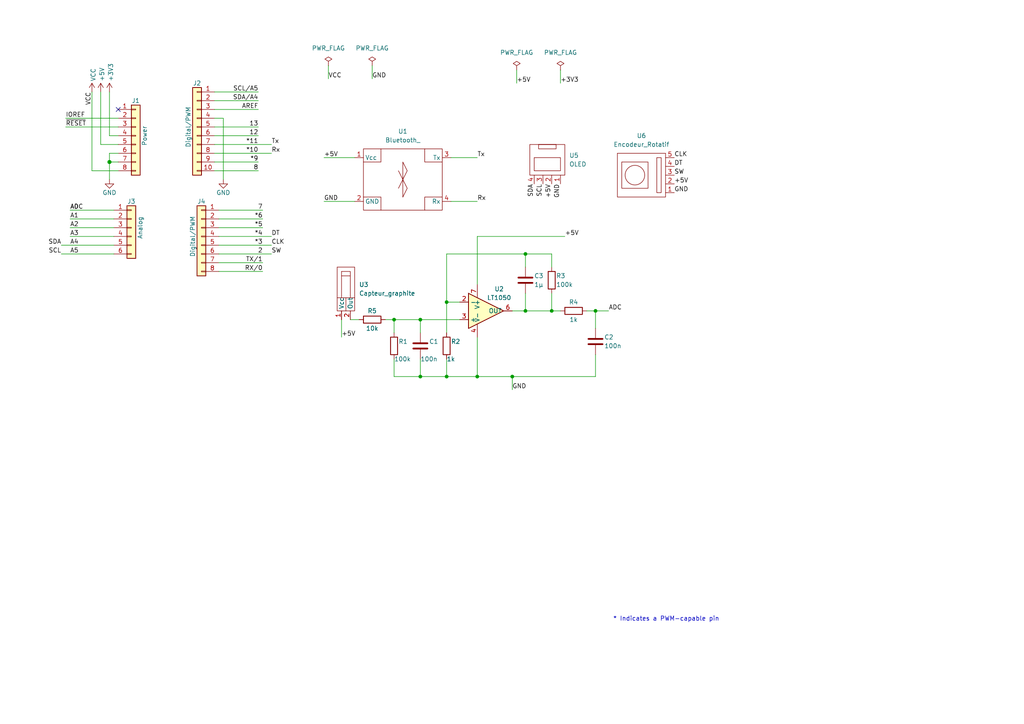
<source format=kicad_sch>
(kicad_sch (version 20211123) (generator eeschema)

  (uuid e63e39d7-6ac0-4ffd-8aa3-1841a4541b55)

  (paper "A4")

  (title_block
    (date "mar. 31 mars 2015")
  )

  (lib_symbols
    (symbol "Connector_Generic:Conn_01x06" (pin_names (offset 1.016) hide) (in_bom yes) (on_board yes)
      (property "Reference" "J" (id 0) (at 0 7.62 0)
        (effects (font (size 1.27 1.27)))
      )
      (property "Value" "Conn_01x06" (id 1) (at 0 -10.16 0)
        (effects (font (size 1.27 1.27)))
      )
      (property "Footprint" "" (id 2) (at 0 0 0)
        (effects (font (size 1.27 1.27)) hide)
      )
      (property "Datasheet" "~" (id 3) (at 0 0 0)
        (effects (font (size 1.27 1.27)) hide)
      )
      (property "ki_keywords" "connector" (id 4) (at 0 0 0)
        (effects (font (size 1.27 1.27)) hide)
      )
      (property "ki_description" "Generic connector, single row, 01x06, script generated (kicad-library-utils/schlib/autogen/connector/)" (id 5) (at 0 0 0)
        (effects (font (size 1.27 1.27)) hide)
      )
      (property "ki_fp_filters" "Connector*:*_1x??_*" (id 6) (at 0 0 0)
        (effects (font (size 1.27 1.27)) hide)
      )
      (symbol "Conn_01x06_1_1"
        (rectangle (start -1.27 -7.493) (end 0 -7.747)
          (stroke (width 0.1524) (type default) (color 0 0 0 0))
          (fill (type none))
        )
        (rectangle (start -1.27 -4.953) (end 0 -5.207)
          (stroke (width 0.1524) (type default) (color 0 0 0 0))
          (fill (type none))
        )
        (rectangle (start -1.27 -2.413) (end 0 -2.667)
          (stroke (width 0.1524) (type default) (color 0 0 0 0))
          (fill (type none))
        )
        (rectangle (start -1.27 0.127) (end 0 -0.127)
          (stroke (width 0.1524) (type default) (color 0 0 0 0))
          (fill (type none))
        )
        (rectangle (start -1.27 2.667) (end 0 2.413)
          (stroke (width 0.1524) (type default) (color 0 0 0 0))
          (fill (type none))
        )
        (rectangle (start -1.27 5.207) (end 0 4.953)
          (stroke (width 0.1524) (type default) (color 0 0 0 0))
          (fill (type none))
        )
        (rectangle (start -1.27 6.35) (end 1.27 -8.89)
          (stroke (width 0.254) (type default) (color 0 0 0 0))
          (fill (type background))
        )
        (pin passive line (at -5.08 5.08 0) (length 3.81)
          (name "Pin_1" (effects (font (size 1.27 1.27))))
          (number "1" (effects (font (size 1.27 1.27))))
        )
        (pin passive line (at -5.08 2.54 0) (length 3.81)
          (name "Pin_2" (effects (font (size 1.27 1.27))))
          (number "2" (effects (font (size 1.27 1.27))))
        )
        (pin passive line (at -5.08 0 0) (length 3.81)
          (name "Pin_3" (effects (font (size 1.27 1.27))))
          (number "3" (effects (font (size 1.27 1.27))))
        )
        (pin passive line (at -5.08 -2.54 0) (length 3.81)
          (name "Pin_4" (effects (font (size 1.27 1.27))))
          (number "4" (effects (font (size 1.27 1.27))))
        )
        (pin passive line (at -5.08 -5.08 0) (length 3.81)
          (name "Pin_5" (effects (font (size 1.27 1.27))))
          (number "5" (effects (font (size 1.27 1.27))))
        )
        (pin passive line (at -5.08 -7.62 0) (length 3.81)
          (name "Pin_6" (effects (font (size 1.27 1.27))))
          (number "6" (effects (font (size 1.27 1.27))))
        )
      )
    )
    (symbol "Connector_Generic:Conn_01x08" (pin_names (offset 1.016) hide) (in_bom yes) (on_board yes)
      (property "Reference" "J" (id 0) (at 0 10.16 0)
        (effects (font (size 1.27 1.27)))
      )
      (property "Value" "Conn_01x08" (id 1) (at 0 -12.7 0)
        (effects (font (size 1.27 1.27)))
      )
      (property "Footprint" "" (id 2) (at 0 0 0)
        (effects (font (size 1.27 1.27)) hide)
      )
      (property "Datasheet" "~" (id 3) (at 0 0 0)
        (effects (font (size 1.27 1.27)) hide)
      )
      (property "ki_keywords" "connector" (id 4) (at 0 0 0)
        (effects (font (size 1.27 1.27)) hide)
      )
      (property "ki_description" "Generic connector, single row, 01x08, script generated (kicad-library-utils/schlib/autogen/connector/)" (id 5) (at 0 0 0)
        (effects (font (size 1.27 1.27)) hide)
      )
      (property "ki_fp_filters" "Connector*:*_1x??_*" (id 6) (at 0 0 0)
        (effects (font (size 1.27 1.27)) hide)
      )
      (symbol "Conn_01x08_1_1"
        (rectangle (start -1.27 -10.033) (end 0 -10.287)
          (stroke (width 0.1524) (type default) (color 0 0 0 0))
          (fill (type none))
        )
        (rectangle (start -1.27 -7.493) (end 0 -7.747)
          (stroke (width 0.1524) (type default) (color 0 0 0 0))
          (fill (type none))
        )
        (rectangle (start -1.27 -4.953) (end 0 -5.207)
          (stroke (width 0.1524) (type default) (color 0 0 0 0))
          (fill (type none))
        )
        (rectangle (start -1.27 -2.413) (end 0 -2.667)
          (stroke (width 0.1524) (type default) (color 0 0 0 0))
          (fill (type none))
        )
        (rectangle (start -1.27 0.127) (end 0 -0.127)
          (stroke (width 0.1524) (type default) (color 0 0 0 0))
          (fill (type none))
        )
        (rectangle (start -1.27 2.667) (end 0 2.413)
          (stroke (width 0.1524) (type default) (color 0 0 0 0))
          (fill (type none))
        )
        (rectangle (start -1.27 5.207) (end 0 4.953)
          (stroke (width 0.1524) (type default) (color 0 0 0 0))
          (fill (type none))
        )
        (rectangle (start -1.27 7.747) (end 0 7.493)
          (stroke (width 0.1524) (type default) (color 0 0 0 0))
          (fill (type none))
        )
        (rectangle (start -1.27 8.89) (end 1.27 -11.43)
          (stroke (width 0.254) (type default) (color 0 0 0 0))
          (fill (type background))
        )
        (pin passive line (at -5.08 7.62 0) (length 3.81)
          (name "Pin_1" (effects (font (size 1.27 1.27))))
          (number "1" (effects (font (size 1.27 1.27))))
        )
        (pin passive line (at -5.08 5.08 0) (length 3.81)
          (name "Pin_2" (effects (font (size 1.27 1.27))))
          (number "2" (effects (font (size 1.27 1.27))))
        )
        (pin passive line (at -5.08 2.54 0) (length 3.81)
          (name "Pin_3" (effects (font (size 1.27 1.27))))
          (number "3" (effects (font (size 1.27 1.27))))
        )
        (pin passive line (at -5.08 0 0) (length 3.81)
          (name "Pin_4" (effects (font (size 1.27 1.27))))
          (number "4" (effects (font (size 1.27 1.27))))
        )
        (pin passive line (at -5.08 -2.54 0) (length 3.81)
          (name "Pin_5" (effects (font (size 1.27 1.27))))
          (number "5" (effects (font (size 1.27 1.27))))
        )
        (pin passive line (at -5.08 -5.08 0) (length 3.81)
          (name "Pin_6" (effects (font (size 1.27 1.27))))
          (number "6" (effects (font (size 1.27 1.27))))
        )
        (pin passive line (at -5.08 -7.62 0) (length 3.81)
          (name "Pin_7" (effects (font (size 1.27 1.27))))
          (number "7" (effects (font (size 1.27 1.27))))
        )
        (pin passive line (at -5.08 -10.16 0) (length 3.81)
          (name "Pin_8" (effects (font (size 1.27 1.27))))
          (number "8" (effects (font (size 1.27 1.27))))
        )
      )
    )
    (symbol "Connector_Generic:Conn_01x10" (pin_names (offset 1.016) hide) (in_bom yes) (on_board yes)
      (property "Reference" "J" (id 0) (at 0 12.7 0)
        (effects (font (size 1.27 1.27)))
      )
      (property "Value" "Conn_01x10" (id 1) (at 0 -15.24 0)
        (effects (font (size 1.27 1.27)))
      )
      (property "Footprint" "" (id 2) (at 0 0 0)
        (effects (font (size 1.27 1.27)) hide)
      )
      (property "Datasheet" "~" (id 3) (at 0 0 0)
        (effects (font (size 1.27 1.27)) hide)
      )
      (property "ki_keywords" "connector" (id 4) (at 0 0 0)
        (effects (font (size 1.27 1.27)) hide)
      )
      (property "ki_description" "Generic connector, single row, 01x10, script generated (kicad-library-utils/schlib/autogen/connector/)" (id 5) (at 0 0 0)
        (effects (font (size 1.27 1.27)) hide)
      )
      (property "ki_fp_filters" "Connector*:*_1x??_*" (id 6) (at 0 0 0)
        (effects (font (size 1.27 1.27)) hide)
      )
      (symbol "Conn_01x10_1_1"
        (rectangle (start -1.27 -12.573) (end 0 -12.827)
          (stroke (width 0.1524) (type default) (color 0 0 0 0))
          (fill (type none))
        )
        (rectangle (start -1.27 -10.033) (end 0 -10.287)
          (stroke (width 0.1524) (type default) (color 0 0 0 0))
          (fill (type none))
        )
        (rectangle (start -1.27 -7.493) (end 0 -7.747)
          (stroke (width 0.1524) (type default) (color 0 0 0 0))
          (fill (type none))
        )
        (rectangle (start -1.27 -4.953) (end 0 -5.207)
          (stroke (width 0.1524) (type default) (color 0 0 0 0))
          (fill (type none))
        )
        (rectangle (start -1.27 -2.413) (end 0 -2.667)
          (stroke (width 0.1524) (type default) (color 0 0 0 0))
          (fill (type none))
        )
        (rectangle (start -1.27 0.127) (end 0 -0.127)
          (stroke (width 0.1524) (type default) (color 0 0 0 0))
          (fill (type none))
        )
        (rectangle (start -1.27 2.667) (end 0 2.413)
          (stroke (width 0.1524) (type default) (color 0 0 0 0))
          (fill (type none))
        )
        (rectangle (start -1.27 5.207) (end 0 4.953)
          (stroke (width 0.1524) (type default) (color 0 0 0 0))
          (fill (type none))
        )
        (rectangle (start -1.27 7.747) (end 0 7.493)
          (stroke (width 0.1524) (type default) (color 0 0 0 0))
          (fill (type none))
        )
        (rectangle (start -1.27 10.287) (end 0 10.033)
          (stroke (width 0.1524) (type default) (color 0 0 0 0))
          (fill (type none))
        )
        (rectangle (start -1.27 11.43) (end 1.27 -13.97)
          (stroke (width 0.254) (type default) (color 0 0 0 0))
          (fill (type background))
        )
        (pin passive line (at -5.08 10.16 0) (length 3.81)
          (name "Pin_1" (effects (font (size 1.27 1.27))))
          (number "1" (effects (font (size 1.27 1.27))))
        )
        (pin passive line (at -5.08 -12.7 0) (length 3.81)
          (name "Pin_10" (effects (font (size 1.27 1.27))))
          (number "10" (effects (font (size 1.27 1.27))))
        )
        (pin passive line (at -5.08 7.62 0) (length 3.81)
          (name "Pin_2" (effects (font (size 1.27 1.27))))
          (number "2" (effects (font (size 1.27 1.27))))
        )
        (pin passive line (at -5.08 5.08 0) (length 3.81)
          (name "Pin_3" (effects (font (size 1.27 1.27))))
          (number "3" (effects (font (size 1.27 1.27))))
        )
        (pin passive line (at -5.08 2.54 0) (length 3.81)
          (name "Pin_4" (effects (font (size 1.27 1.27))))
          (number "4" (effects (font (size 1.27 1.27))))
        )
        (pin passive line (at -5.08 0 0) (length 3.81)
          (name "Pin_5" (effects (font (size 1.27 1.27))))
          (number "5" (effects (font (size 1.27 1.27))))
        )
        (pin passive line (at -5.08 -2.54 0) (length 3.81)
          (name "Pin_6" (effects (font (size 1.27 1.27))))
          (number "6" (effects (font (size 1.27 1.27))))
        )
        (pin passive line (at -5.08 -5.08 0) (length 3.81)
          (name "Pin_7" (effects (font (size 1.27 1.27))))
          (number "7" (effects (font (size 1.27 1.27))))
        )
        (pin passive line (at -5.08 -7.62 0) (length 3.81)
          (name "Pin_8" (effects (font (size 1.27 1.27))))
          (number "8" (effects (font (size 1.27 1.27))))
        )
        (pin passive line (at -5.08 -10.16 0) (length 3.81)
          (name "Pin_9" (effects (font (size 1.27 1.27))))
          (number "9" (effects (font (size 1.27 1.27))))
        )
      )
    )
    (symbol "Device:C" (pin_numbers hide) (pin_names (offset 0.254)) (in_bom yes) (on_board yes)
      (property "Reference" "C" (id 0) (at 0.635 2.54 0)
        (effects (font (size 1.27 1.27)) (justify left))
      )
      (property "Value" "C" (id 1) (at 0.635 -2.54 0)
        (effects (font (size 1.27 1.27)) (justify left))
      )
      (property "Footprint" "" (id 2) (at 0.9652 -3.81 0)
        (effects (font (size 1.27 1.27)) hide)
      )
      (property "Datasheet" "~" (id 3) (at 0 0 0)
        (effects (font (size 1.27 1.27)) hide)
      )
      (property "ki_keywords" "cap capacitor" (id 4) (at 0 0 0)
        (effects (font (size 1.27 1.27)) hide)
      )
      (property "ki_description" "Unpolarized capacitor" (id 5) (at 0 0 0)
        (effects (font (size 1.27 1.27)) hide)
      )
      (property "ki_fp_filters" "C_*" (id 6) (at 0 0 0)
        (effects (font (size 1.27 1.27)) hide)
      )
      (symbol "C_0_1"
        (polyline
          (pts
            (xy -2.032 -0.762)
            (xy 2.032 -0.762)
          )
          (stroke (width 0.508) (type default) (color 0 0 0 0))
          (fill (type none))
        )
        (polyline
          (pts
            (xy -2.032 0.762)
            (xy 2.032 0.762)
          )
          (stroke (width 0.508) (type default) (color 0 0 0 0))
          (fill (type none))
        )
      )
      (symbol "C_1_1"
        (pin passive line (at 0 3.81 270) (length 2.794)
          (name "~" (effects (font (size 1.27 1.27))))
          (number "1" (effects (font (size 1.27 1.27))))
        )
        (pin passive line (at 0 -3.81 90) (length 2.794)
          (name "~" (effects (font (size 1.27 1.27))))
          (number "2" (effects (font (size 1.27 1.27))))
        )
      )
    )
    (symbol "Device:R" (pin_numbers hide) (pin_names (offset 0)) (in_bom yes) (on_board yes)
      (property "Reference" "R" (id 0) (at 2.032 0 90)
        (effects (font (size 1.27 1.27)))
      )
      (property "Value" "R" (id 1) (at 0 0 90)
        (effects (font (size 1.27 1.27)))
      )
      (property "Footprint" "" (id 2) (at -1.778 0 90)
        (effects (font (size 1.27 1.27)) hide)
      )
      (property "Datasheet" "~" (id 3) (at 0 0 0)
        (effects (font (size 1.27 1.27)) hide)
      )
      (property "ki_keywords" "R res resistor" (id 4) (at 0 0 0)
        (effects (font (size 1.27 1.27)) hide)
      )
      (property "ki_description" "Resistor" (id 5) (at 0 0 0)
        (effects (font (size 1.27 1.27)) hide)
      )
      (property "ki_fp_filters" "R_*" (id 6) (at 0 0 0)
        (effects (font (size 1.27 1.27)) hide)
      )
      (symbol "R_0_1"
        (rectangle (start -1.016 -2.54) (end 1.016 2.54)
          (stroke (width 0.254) (type default) (color 0 0 0 0))
          (fill (type none))
        )
      )
      (symbol "R_1_1"
        (pin passive line (at 0 3.81 270) (length 1.27)
          (name "~" (effects (font (size 1.27 1.27))))
          (number "1" (effects (font (size 1.27 1.27))))
        )
        (pin passive line (at 0 -3.81 90) (length 1.27)
          (name "~" (effects (font (size 1.27 1.27))))
          (number "2" (effects (font (size 1.27 1.27))))
        )
      )
    )
    (symbol "Librairie Simbole capteur graphite:Bluetooth_" (in_bom yes) (on_board yes)
      (property "Reference" "U" (id 0) (at 0 -8.89 0)
        (effects (font (size 1.27 1.27)))
      )
      (property "Value" "Bluetooth_" (id 1) (at 0 6.35 0)
        (effects (font (size 1.27 1.27)))
      )
      (property "Footprint" "" (id 2) (at 0 0 0)
        (effects (font (size 1.27 1.27)) hide)
      )
      (property "Datasheet" "" (id 3) (at 0 0 0)
        (effects (font (size 1.27 1.27)) hide)
      )
      (symbol "Bluetooth__0_1"
        (rectangle (start -11.43 7.62) (end 11.43 -10.16)
          (stroke (width 0) (type default) (color 0 0 0 0))
          (fill (type none))
        )
        (polyline
          (pts
            (xy 0 -1.27)
            (xy -1.27 -3.81)
          )
          (stroke (width 0) (type default) (color 0 0 0 0))
          (fill (type none))
        )
        (polyline
          (pts
            (xy 0 -1.27)
            (xy -1.27 1.27)
          )
          (stroke (width 0) (type default) (color 0 0 0 0))
          (fill (type none))
        )
        (polyline
          (pts
            (xy -11.43 -6.35)
            (xy -6.35 -6.35)
            (xy -6.35 -10.16)
          )
          (stroke (width 0) (type default) (color 0 0 0 0))
          (fill (type none))
        )
        (polyline
          (pts
            (xy 0 -6.35)
            (xy 1.27 -3.81)
            (xy 0 -1.27)
          )
          (stroke (width 0) (type default) (color 0 0 0 0))
          (fill (type none))
        )
        (polyline
          (pts
            (xy 11.43 -6.35)
            (xy 6.35 -6.35)
            (xy 6.35 -10.16)
          )
          (stroke (width 0) (type default) (color 0 0 0 0))
          (fill (type none))
        )
        (polyline
          (pts
            (xy 11.43 3.81)
            (xy 6.35 3.81)
            (xy 6.35 7.62)
          )
          (stroke (width 0) (type default) (color 0 0 0 0))
          (fill (type none))
        )
        (polyline
          (pts
            (xy -11.43 3.81)
            (xy -7.62 3.81)
            (xy -6.35 3.81)
            (xy -6.35 7.62)
          )
          (stroke (width 0) (type default) (color 0 0 0 0))
          (fill (type none))
        )
        (polyline
          (pts
            (xy 0 3.81)
            (xy 0 -6.35)
            (xy 0 -1.27)
            (xy 1.27 1.27)
            (xy 0 3.81)
          )
          (stroke (width 0) (type default) (color 0 0 0 0))
          (fill (type none))
        )
      )
      (symbol "Bluetooth__1_1"
        (pin input line (at -13.97 5.08 0) (length 2.54)
          (name "Vcc" (effects (font (size 1.27 1.27))))
          (number "1" (effects (font (size 1.27 1.27))))
        )
        (pin input line (at -13.97 -7.62 0) (length 2.54)
          (name "GND" (effects (font (size 1.27 1.27))))
          (number "2" (effects (font (size 1.27 1.27))))
        )
        (pin input line (at 13.97 5.08 180) (length 2.54)
          (name "Tx" (effects (font (size 1.27 1.27))))
          (number "3" (effects (font (size 1.27 1.27))))
        )
        (pin input line (at 13.97 -7.62 180) (length 2.54)
          (name "Rx" (effects (font (size 1.27 1.27))))
          (number "4" (effects (font (size 1.27 1.27))))
        )
      )
    )
    (symbol "Projet:Capteur_graphite" (in_bom yes) (on_board yes)
      (property "Reference" "U" (id 0) (at 0 7.62 0)
        (effects (font (size 1.27 1.27)))
      )
      (property "Value" "Capteur_graphite" (id 1) (at 0 5.08 0)
        (effects (font (size 1.27 1.27)))
      )
      (property "Footprint" "" (id 2) (at 0 0 0)
        (effects (font (size 1.27 1.27)) hide)
      )
      (property "Datasheet" "" (id 3) (at 0 0 0)
        (effects (font (size 1.27 1.27)) hide)
      )
      (symbol "Capteur_graphite_0_1"
        (rectangle (start -2.54 2.54) (end 2.54 -10.16)
          (stroke (width 0) (type default) (color 0 0 0 0))
          (fill (type none))
        )
        (polyline
          (pts
            (xy -1.27 0)
            (xy 1.27 0)
          )
          (stroke (width 0) (type default) (color 0 0 0 0))
          (fill (type none))
        )
        (polyline
          (pts
            (xy -1.27 1.27)
            (xy -1.27 -6.35)
          )
          (stroke (width 0) (type default) (color 0 0 0 0))
          (fill (type none))
        )
        (polyline
          (pts
            (xy -1.27 1.27)
            (xy 1.27 1.27)
            (xy 1.27 -6.35)
          )
          (stroke (width 0) (type default) (color 0 0 0 0))
          (fill (type none))
        )
        (polyline
          (pts
            (xy -2.54 -6.35)
            (xy 2.54 -6.35)
            (xy 0 -6.35)
            (xy 0 -10.16)
          )
          (stroke (width 0) (type default) (color 0 0 0 0))
          (fill (type none))
        )
      )
      (symbol "Capteur_graphite_1_1"
        (pin input line (at -1.27 -12.7 90) (length 2.54)
          (name "Vcc" (effects (font (size 1.27 1.27))))
          (number "1" (effects (font (size 1.27 1.27))))
        )
        (pin input line (at 1.27 -12.7 90) (length 2.54)
          (name "Out" (effects (font (size 1.27 1.27))))
          (number "2" (effects (font (size 1.27 1.27))))
        )
      )
    )
    (symbol "Projet:Encodeur_Rotatif" (in_bom yes) (on_board yes)
      (property "Reference" "U" (id 0) (at 0 3.81 0)
        (effects (font (size 1.27 1.27)))
      )
      (property "Value" "Encodeur_Rotatif" (id 1) (at 0 6.35 0)
        (effects (font (size 1.27 1.27)))
      )
      (property "Footprint" "" (id 2) (at 0 0 0)
        (effects (font (size 1.27 1.27)) hide)
      )
      (property "Datasheet" "" (id 3) (at 0 0 0)
        (effects (font (size 1.27 1.27)) hide)
      )
      (symbol "Encodeur_Rotatif_0_1"
        (rectangle (start -6.35 -5.08) (end 6.35 -19.05)
          (stroke (width 0) (type default) (color 0 0 0 0))
          (fill (type none))
        )
        (rectangle (start -5.08 -6.35) (end 5.08 -7.62)
          (stroke (width 0) (type default) (color 0 0 0 0))
          (fill (type none))
        )
        (rectangle (start -3.81 -10.16) (end 3.81 -17.78)
          (stroke (width 0) (type default) (color 0 0 0 0))
          (fill (type none))
        )
        (circle (center 0 -13.97) (radius 2.8398)
          (stroke (width 0) (type default) (color 0 0 0 0))
          (fill (type none))
        )
      )
      (symbol "Encodeur_Rotatif_1_1"
        (pin input line (at -5.08 -2.54 270) (length 2.54)
          (name "" (effects (font (size 1.27 1.27))))
          (number "1" (effects (font (size 1.27 1.27))))
        )
        (pin input line (at -2.54 -2.54 270) (length 2.54)
          (name "" (effects (font (size 1.27 1.27))))
          (number "2" (effects (font (size 1.27 1.27))))
        )
        (pin input line (at 0 -2.54 270) (length 2.54)
          (name "" (effects (font (size 1.27 1.27))))
          (number "3" (effects (font (size 1.27 1.27))))
        )
        (pin input line (at 2.54 -2.54 270) (length 2.54)
          (name "" (effects (font (size 1.27 1.27))))
          (number "4" (effects (font (size 1.27 1.27))))
        )
        (pin input line (at 5.08 -2.54 270) (length 2.54)
          (name "" (effects (font (size 1.27 1.27))))
          (number "5" (effects (font (size 1.27 1.27))))
        )
      )
    )
    (symbol "Projet:LT1050" (in_bom yes) (on_board yes)
      (property "Reference" "U" (id 0) (at 3.81 5.08 0)
        (effects (font (size 1.27 1.27)))
      )
      (property "Value" "LT1050" (id 1) (at 3.81 2.54 0)
        (effects (font (size 1.27 1.27)))
      )
      (property "Footprint" "" (id 2) (at 0 0 0)
        (effects (font (size 1.27 1.27)) hide)
      )
      (property "Datasheet" "" (id 3) (at 0 0 0)
        (effects (font (size 1.27 1.27)) hide)
      )
      (symbol "LT1050_0_1"
        (polyline
          (pts
            (xy -5.08 3.81)
            (xy 5.08 -1.27)
            (xy -5.08 -6.35)
            (xy -5.08 3.81)
          )
          (stroke (width 0.254) (type default) (color 0 0 0 0))
          (fill (type background))
        )
      )
      (symbol "LT1050_1_1"
        (pin no_connect line (at 2.54 0 90) (length 2.54) hide
          (name "NC1" (effects (font (size 1.27 1.27))))
          (number "1" (effects (font (size 1.27 1.27))))
        )
        (pin input line (at -7.62 1.27 0) (length 2.54)
          (name "-" (effects (font (size 1.27 1.27))))
          (number "2" (effects (font (size 1.27 1.27))))
        )
        (pin input line (at -7.62 -3.81 0) (length 2.54)
          (name "+" (effects (font (size 1.27 1.27))))
          (number "3" (effects (font (size 1.27 1.27))))
        )
        (pin power_in line (at -2.54 -8.89 90) (length 3.81)
          (name "V-" (effects (font (size 1.27 1.27))))
          (number "4" (effects (font (size 1.27 1.27))))
        )
        (pin no_connect line (at 0 1.27 90) (length 2.54) hide
          (name "EXT_CLK" (effects (font (size 1.27 1.27))))
          (number "5" (effects (font (size 1.27 1.27))))
        )
        (pin bidirectional line (at 7.62 -1.27 180) (length 2.54)
          (name "OUT" (effects (font (size 1.27 1.27))))
          (number "6" (effects (font (size 1.27 1.27))))
        )
        (pin power_in line (at -2.54 6.35 270) (length 3.81)
          (name "V+" (effects (font (size 1.27 1.27))))
          (number "7" (effects (font (size 1.27 1.27))))
        )
        (pin no_connect line (at 0 -3.81 270) (length 2.54) hide
          (name "NC2" (effects (font (size 1.27 1.27))))
          (number "8" (effects (font (size 1.27 1.27))))
        )
      )
    )
    (symbol "Projet:OLED" (in_bom yes) (on_board yes)
      (property "Reference" "U" (id 0) (at 0 -6.35 0)
        (effects (font (size 1.27 1.27)))
      )
      (property "Value" "OLED" (id 1) (at 0 -2.54 0)
        (effects (font (size 1.27 1.27)))
      )
      (property "Footprint" "" (id 2) (at 0 0 0)
        (effects (font (size 1.27 1.27)) hide)
      )
      (property "Datasheet" "" (id 3) (at 0 0 0)
        (effects (font (size 1.27 1.27)) hide)
      )
      (symbol "OLED_0_1"
        (rectangle (start -5.08 0) (end 5.08 -8.89)
          (stroke (width 0) (type default) (color 0 0 0 0))
          (fill (type none))
        )
        (rectangle (start -3.81 -1.27) (end 3.81 -5.08)
          (stroke (width 0) (type default) (color 0 0 0 0))
          (fill (type none))
        )
        (rectangle (start -2.54 -8.89) (end 2.54 -7.62)
          (stroke (width 0) (type default) (color 0 0 0 0))
          (fill (type none))
        )
      )
      (symbol "OLED_1_1"
        (pin input line (at -3.81 2.54 270) (length 2.54)
          (name "" (effects (font (size 1.27 1.27))))
          (number "1" (effects (font (size 1.27 1.27))))
        )
        (pin input line (at -1.27 2.54 270) (length 2.54)
          (name "" (effects (font (size 1.27 1.27))))
          (number "2" (effects (font (size 1.27 1.27))))
        )
        (pin input line (at 1.27 2.54 270) (length 2.54)
          (name "" (effects (font (size 1.27 1.27))))
          (number "3" (effects (font (size 1.27 1.27))))
        )
        (pin input line (at 3.81 2.54 270) (length 2.54)
          (name "" (effects (font (size 1.27 1.27))))
          (number "4" (effects (font (size 1.27 1.27))))
        )
      )
    )
    (symbol "power:+3V3" (power) (pin_names (offset 0)) (in_bom yes) (on_board yes)
      (property "Reference" "#PWR" (id 0) (at 0 -3.81 0)
        (effects (font (size 1.27 1.27)) hide)
      )
      (property "Value" "+3V3" (id 1) (at 0 3.556 0)
        (effects (font (size 1.27 1.27)))
      )
      (property "Footprint" "" (id 2) (at 0 0 0)
        (effects (font (size 1.27 1.27)) hide)
      )
      (property "Datasheet" "" (id 3) (at 0 0 0)
        (effects (font (size 1.27 1.27)) hide)
      )
      (property "ki_keywords" "power-flag" (id 4) (at 0 0 0)
        (effects (font (size 1.27 1.27)) hide)
      )
      (property "ki_description" "Power symbol creates a global label with name \"+3V3\"" (id 5) (at 0 0 0)
        (effects (font (size 1.27 1.27)) hide)
      )
      (symbol "+3V3_0_1"
        (polyline
          (pts
            (xy -0.762 1.27)
            (xy 0 2.54)
          )
          (stroke (width 0) (type default) (color 0 0 0 0))
          (fill (type none))
        )
        (polyline
          (pts
            (xy 0 0)
            (xy 0 2.54)
          )
          (stroke (width 0) (type default) (color 0 0 0 0))
          (fill (type none))
        )
        (polyline
          (pts
            (xy 0 2.54)
            (xy 0.762 1.27)
          )
          (stroke (width 0) (type default) (color 0 0 0 0))
          (fill (type none))
        )
      )
      (symbol "+3V3_1_1"
        (pin power_in line (at 0 0 90) (length 0) hide
          (name "+3V3" (effects (font (size 1.27 1.27))))
          (number "1" (effects (font (size 1.27 1.27))))
        )
      )
    )
    (symbol "power:+5V" (power) (pin_names (offset 0)) (in_bom yes) (on_board yes)
      (property "Reference" "#PWR" (id 0) (at 0 -3.81 0)
        (effects (font (size 1.27 1.27)) hide)
      )
      (property "Value" "+5V" (id 1) (at 0 3.556 0)
        (effects (font (size 1.27 1.27)))
      )
      (property "Footprint" "" (id 2) (at 0 0 0)
        (effects (font (size 1.27 1.27)) hide)
      )
      (property "Datasheet" "" (id 3) (at 0 0 0)
        (effects (font (size 1.27 1.27)) hide)
      )
      (property "ki_keywords" "power-flag" (id 4) (at 0 0 0)
        (effects (font (size 1.27 1.27)) hide)
      )
      (property "ki_description" "Power symbol creates a global label with name \"+5V\"" (id 5) (at 0 0 0)
        (effects (font (size 1.27 1.27)) hide)
      )
      (symbol "+5V_0_1"
        (polyline
          (pts
            (xy -0.762 1.27)
            (xy 0 2.54)
          )
          (stroke (width 0) (type default) (color 0 0 0 0))
          (fill (type none))
        )
        (polyline
          (pts
            (xy 0 0)
            (xy 0 2.54)
          )
          (stroke (width 0) (type default) (color 0 0 0 0))
          (fill (type none))
        )
        (polyline
          (pts
            (xy 0 2.54)
            (xy 0.762 1.27)
          )
          (stroke (width 0) (type default) (color 0 0 0 0))
          (fill (type none))
        )
      )
      (symbol "+5V_1_1"
        (pin power_in line (at 0 0 90) (length 0) hide
          (name "+5V" (effects (font (size 1.27 1.27))))
          (number "1" (effects (font (size 1.27 1.27))))
        )
      )
    )
    (symbol "power:GND" (power) (pin_names (offset 0)) (in_bom yes) (on_board yes)
      (property "Reference" "#PWR" (id 0) (at 0 -6.35 0)
        (effects (font (size 1.27 1.27)) hide)
      )
      (property "Value" "GND" (id 1) (at 0 -3.81 0)
        (effects (font (size 1.27 1.27)))
      )
      (property "Footprint" "" (id 2) (at 0 0 0)
        (effects (font (size 1.27 1.27)) hide)
      )
      (property "Datasheet" "" (id 3) (at 0 0 0)
        (effects (font (size 1.27 1.27)) hide)
      )
      (property "ki_keywords" "power-flag" (id 4) (at 0 0 0)
        (effects (font (size 1.27 1.27)) hide)
      )
      (property "ki_description" "Power symbol creates a global label with name \"GND\" , ground" (id 5) (at 0 0 0)
        (effects (font (size 1.27 1.27)) hide)
      )
      (symbol "GND_0_1"
        (polyline
          (pts
            (xy 0 0)
            (xy 0 -1.27)
            (xy 1.27 -1.27)
            (xy 0 -2.54)
            (xy -1.27 -1.27)
            (xy 0 -1.27)
          )
          (stroke (width 0) (type default) (color 0 0 0 0))
          (fill (type none))
        )
      )
      (symbol "GND_1_1"
        (pin power_in line (at 0 0 270) (length 0) hide
          (name "GND" (effects (font (size 1.27 1.27))))
          (number "1" (effects (font (size 1.27 1.27))))
        )
      )
    )
    (symbol "power:PWR_FLAG" (power) (pin_numbers hide) (pin_names (offset 0) hide) (in_bom yes) (on_board yes)
      (property "Reference" "#FLG" (id 0) (at 0 1.905 0)
        (effects (font (size 1.27 1.27)) hide)
      )
      (property "Value" "PWR_FLAG" (id 1) (at 0 3.81 0)
        (effects (font (size 1.27 1.27)))
      )
      (property "Footprint" "" (id 2) (at 0 0 0)
        (effects (font (size 1.27 1.27)) hide)
      )
      (property "Datasheet" "~" (id 3) (at 0 0 0)
        (effects (font (size 1.27 1.27)) hide)
      )
      (property "ki_keywords" "power-flag" (id 4) (at 0 0 0)
        (effects (font (size 1.27 1.27)) hide)
      )
      (property "ki_description" "Special symbol for telling ERC where power comes from" (id 5) (at 0 0 0)
        (effects (font (size 1.27 1.27)) hide)
      )
      (symbol "PWR_FLAG_0_0"
        (pin power_out line (at 0 0 90) (length 0)
          (name "pwr" (effects (font (size 1.27 1.27))))
          (number "1" (effects (font (size 1.27 1.27))))
        )
      )
      (symbol "PWR_FLAG_0_1"
        (polyline
          (pts
            (xy 0 0)
            (xy 0 1.27)
            (xy -1.016 1.905)
            (xy 0 2.54)
            (xy 1.016 1.905)
            (xy 0 1.27)
          )
          (stroke (width 0) (type default) (color 0 0 0 0))
          (fill (type none))
        )
      )
    )
    (symbol "power:VCC" (power) (pin_names (offset 0)) (in_bom yes) (on_board yes)
      (property "Reference" "#PWR" (id 0) (at 0 -3.81 0)
        (effects (font (size 1.27 1.27)) hide)
      )
      (property "Value" "VCC" (id 1) (at 0 3.81 0)
        (effects (font (size 1.27 1.27)))
      )
      (property "Footprint" "" (id 2) (at 0 0 0)
        (effects (font (size 1.27 1.27)) hide)
      )
      (property "Datasheet" "" (id 3) (at 0 0 0)
        (effects (font (size 1.27 1.27)) hide)
      )
      (property "ki_keywords" "power-flag" (id 4) (at 0 0 0)
        (effects (font (size 1.27 1.27)) hide)
      )
      (property "ki_description" "Power symbol creates a global label with name \"VCC\"" (id 5) (at 0 0 0)
        (effects (font (size 1.27 1.27)) hide)
      )
      (symbol "VCC_0_1"
        (polyline
          (pts
            (xy -0.762 1.27)
            (xy 0 2.54)
          )
          (stroke (width 0) (type default) (color 0 0 0 0))
          (fill (type none))
        )
        (polyline
          (pts
            (xy 0 0)
            (xy 0 2.54)
          )
          (stroke (width 0) (type default) (color 0 0 0 0))
          (fill (type none))
        )
        (polyline
          (pts
            (xy 0 2.54)
            (xy 0.762 1.27)
          )
          (stroke (width 0) (type default) (color 0 0 0 0))
          (fill (type none))
        )
      )
      (symbol "VCC_1_1"
        (pin power_in line (at 0 0 90) (length 0) hide
          (name "VCC" (effects (font (size 1.27 1.27))))
          (number "1" (effects (font (size 1.27 1.27))))
        )
      )
    )
  )

  (junction (at 121.92 92.71) (diameter 0) (color 0 0 0 0)
    (uuid 1004537e-c756-4929-8288-e4840eb2c267)
  )
  (junction (at 172.72 90.17) (diameter 0) (color 0 0 0 0)
    (uuid 139aa18e-8b1e-4f6d-8a4f-c6007fb08c34)
  )
  (junction (at 138.43 109.22) (diameter 0) (color 0 0 0 0)
    (uuid 16b32054-9ff4-432f-b992-456b461fe777)
  )
  (junction (at 160.02 90.17) (diameter 0) (color 0 0 0 0)
    (uuid 23450ce1-780f-4429-8942-64b00e008cfb)
  )
  (junction (at 152.4 73.66) (diameter 0) (color 0 0 0 0)
    (uuid 29733516-f5b0-4b2d-8125-781564f48b87)
  )
  (junction (at 31.75 46.99) (diameter 1.016) (color 0 0 0 0)
    (uuid 3dcc657b-55a1-48e0-9667-e01e7b6b08b5)
  )
  (junction (at 121.92 109.22) (diameter 0) (color 0 0 0 0)
    (uuid 5a674a75-63fb-4913-a4b6-443226271fdd)
  )
  (junction (at 114.3 92.71) (diameter 0) (color 0 0 0 0)
    (uuid 8202c10e-1d07-4a12-9887-c5e27161cd07)
  )
  (junction (at 148.59 109.22) (diameter 0) (color 0 0 0 0)
    (uuid b0142d62-6785-4a42-86dc-c6824a21dc9b)
  )
  (junction (at 129.54 87.63) (diameter 0) (color 0 0 0 0)
    (uuid c53f313e-c017-49df-ab0b-0a233b3e8029)
  )
  (junction (at 152.4 90.17) (diameter 0) (color 0 0 0 0)
    (uuid d77c6f94-20b9-4b7a-9ca9-86cb6d9160c0)
  )
  (junction (at 129.54 109.22) (diameter 0) (color 0 0 0 0)
    (uuid e1f7dfee-6178-48b0-abab-4cfdbf5d2606)
  )

  (no_connect (at 34.29 31.75) (uuid d181157c-7812-47e5-a0cf-9580c905fc86))

  (wire (pts (xy 160.02 85.09) (xy 160.02 90.17))
    (stroke (width 0) (type default) (color 0 0 0 0))
    (uuid 00f6ad06-1149-4600-9bd4-ecb6784e719b)
  )
  (wire (pts (xy 63.5 78.74) (xy 76.2 78.74))
    (stroke (width 0) (type solid) (color 0 0 0 0))
    (uuid 010ba307-2067-49d3-b0fa-6414143f3fc2)
  )
  (wire (pts (xy 172.72 90.17) (xy 172.72 95.25))
    (stroke (width 0) (type default) (color 0 0 0 0))
    (uuid 0162a522-3030-44a8-a199-d5174d006e9d)
  )
  (wire (pts (xy 63.5 71.12) (xy 78.74 71.12))
    (stroke (width 0) (type default) (color 0 0 0 0))
    (uuid 02de55a0-1cfe-48ab-b2c6-c1044d7747c0)
  )
  (wire (pts (xy 149.86 20.32) (xy 149.86 24.13))
    (stroke (width 0) (type default) (color 0 0 0 0))
    (uuid 084791a8-917b-4194-b9f9-7413c46d942f)
  )
  (wire (pts (xy 111.76 92.71) (xy 114.3 92.71))
    (stroke (width 0) (type default) (color 0 0 0 0))
    (uuid 08688e29-cca2-40c2-ba11-d63613161a53)
  )
  (wire (pts (xy 62.23 26.67) (xy 74.93 26.67))
    (stroke (width 0) (type solid) (color 0 0 0 0))
    (uuid 0f5d2189-4ead-42fa-8f7a-cfa3af4de132)
  )
  (wire (pts (xy 152.4 73.66) (xy 160.02 73.66))
    (stroke (width 0) (type default) (color 0 0 0 0))
    (uuid 11cbd165-046e-4258-831a-2acebc94cceb)
  )
  (wire (pts (xy 31.75 44.45) (xy 31.75 46.99))
    (stroke (width 0) (type solid) (color 0 0 0 0))
    (uuid 1c31b835-925f-4a5c-92df-8f2558bb711b)
  )
  (wire (pts (xy 63.5 73.66) (xy 78.74 73.66))
    (stroke (width 0) (type default) (color 0 0 0 0))
    (uuid 1d28ca28-0966-4f82-bd42-328922db94cd)
  )
  (wire (pts (xy 17.78 73.66) (xy 33.02 73.66))
    (stroke (width 0) (type solid) (color 0 0 0 0))
    (uuid 20854542-d0b0-4be7-af02-0e5fceb34e01)
  )
  (wire (pts (xy 93.98 58.42) (xy 102.87 58.42))
    (stroke (width 0) (type default) (color 0 0 0 0))
    (uuid 2218cf8e-c2b7-4a97-9b34-020ea171f02d)
  )
  (wire (pts (xy 130.81 58.42) (xy 138.43 58.42))
    (stroke (width 0) (type default) (color 0 0 0 0))
    (uuid 2423e053-c679-4c6e-8f00-e3d340ca7688)
  )
  (wire (pts (xy 148.59 109.22) (xy 172.72 109.22))
    (stroke (width 0) (type default) (color 0 0 0 0))
    (uuid 2489ee12-877e-49e9-8d50-361e99945790)
  )
  (wire (pts (xy 152.4 90.17) (xy 160.02 90.17))
    (stroke (width 0) (type default) (color 0 0 0 0))
    (uuid 24fde46d-105a-4940-a131-4c43fa66fe30)
  )
  (wire (pts (xy 152.4 77.47) (xy 152.4 73.66))
    (stroke (width 0) (type default) (color 0 0 0 0))
    (uuid 25265829-623b-489e-9305-89f5ac23ac86)
  )
  (wire (pts (xy 138.43 82.55) (xy 138.43 68.58))
    (stroke (width 0) (type default) (color 0 0 0 0))
    (uuid 2575e9c3-f1e3-4295-b5fa-cb912bb02355)
  )
  (wire (pts (xy 129.54 87.63) (xy 129.54 96.52))
    (stroke (width 0) (type default) (color 0 0 0 0))
    (uuid 262d3573-9736-4bd1-9e79-2cd222ccbcff)
  )
  (wire (pts (xy 114.3 104.14) (xy 114.3 109.22))
    (stroke (width 0) (type default) (color 0 0 0 0))
    (uuid 271c898e-2c9d-49a0-a5c8-69dd06f6579f)
  )
  (wire (pts (xy 114.3 92.71) (xy 114.3 96.52))
    (stroke (width 0) (type default) (color 0 0 0 0))
    (uuid 29376a43-7efd-4360-a166-07c3374f9eee)
  )
  (wire (pts (xy 31.75 46.99) (xy 31.75 52.07))
    (stroke (width 0) (type solid) (color 0 0 0 0))
    (uuid 2df788b2-ce68-49bc-a497-4b6570a17f30)
  )
  (wire (pts (xy 130.81 45.72) (xy 138.43 45.72))
    (stroke (width 0) (type default) (color 0 0 0 0))
    (uuid 32d67636-d08c-4572-bb34-5ac01b1db969)
  )
  (wire (pts (xy 31.75 39.37) (xy 34.29 39.37))
    (stroke (width 0) (type solid) (color 0 0 0 0))
    (uuid 3334b11d-5a13-40b4-a117-d693c543e4ab)
  )
  (wire (pts (xy 29.21 41.91) (xy 34.29 41.91))
    (stroke (width 0) (type solid) (color 0 0 0 0))
    (uuid 3661f80c-fef8-4441-83be-df8930b3b45e)
  )
  (wire (pts (xy 29.21 26.67) (xy 29.21 41.91))
    (stroke (width 0) (type solid) (color 0 0 0 0))
    (uuid 392bf1f6-bf67-427d-8d4c-0a87cb757556)
  )
  (wire (pts (xy 93.98 45.72) (xy 102.87 45.72))
    (stroke (width 0) (type default) (color 0 0 0 0))
    (uuid 3eeedc63-9d2a-4ba8-9adc-5f59b00957f8)
  )
  (wire (pts (xy 62.23 36.83) (xy 74.93 36.83))
    (stroke (width 0) (type solid) (color 0 0 0 0))
    (uuid 4227fa6f-c399-4f14-8228-23e39d2b7e7d)
  )
  (wire (pts (xy 31.75 26.67) (xy 31.75 39.37))
    (stroke (width 0) (type solid) (color 0 0 0 0))
    (uuid 442fb4de-4d55-45de-bc27-3e6222ceb890)
  )
  (wire (pts (xy 63.5 60.96) (xy 76.2 60.96))
    (stroke (width 0) (type solid) (color 0 0 0 0))
    (uuid 4455ee2e-5642-42c1-a83b-f7e65fa0c2f1)
  )
  (wire (pts (xy 33.02 60.96) (xy 20.32 60.96))
    (stroke (width 0) (type solid) (color 0 0 0 0))
    (uuid 486ca832-85f4-4989-b0f4-569faf9be534)
  )
  (wire (pts (xy 62.23 39.37) (xy 74.93 39.37))
    (stroke (width 0) (type solid) (color 0 0 0 0))
    (uuid 4a910b57-a5cd-4105-ab4f-bde2a80d4f00)
  )
  (wire (pts (xy 121.92 92.71) (xy 133.35 92.71))
    (stroke (width 0) (type default) (color 0 0 0 0))
    (uuid 4bd08c55-c830-4da4-94fc-ec6273b9c1ce)
  )
  (wire (pts (xy 63.5 63.5) (xy 76.2 63.5))
    (stroke (width 0) (type solid) (color 0 0 0 0))
    (uuid 4e60e1af-19bd-45a0-b418-b7030b594dde)
  )
  (wire (pts (xy 160.02 73.66) (xy 160.02 77.47))
    (stroke (width 0) (type default) (color 0 0 0 0))
    (uuid 55a9195f-b5c7-42c0-8814-8dc0d22f2b80)
  )
  (wire (pts (xy 62.23 44.45) (xy 78.74 44.45))
    (stroke (width 0) (type default) (color 0 0 0 0))
    (uuid 5805b9f2-8210-4f14-bcdf-c4966bf4c07c)
  )
  (wire (pts (xy 121.92 92.71) (xy 121.92 96.52))
    (stroke (width 0) (type default) (color 0 0 0 0))
    (uuid 5a771fe5-6e1a-4bab-ba38-de230e7dca33)
  )
  (wire (pts (xy 152.4 73.66) (xy 129.54 73.66))
    (stroke (width 0) (type default) (color 0 0 0 0))
    (uuid 5d764d7f-0ea1-48f2-840f-4909b80fad1f)
  )
  (wire (pts (xy 138.43 68.58) (xy 163.83 68.58))
    (stroke (width 0) (type default) (color 0 0 0 0))
    (uuid 5ff9cce4-2d52-4a5a-b91e-c5bacc57083b)
  )
  (wire (pts (xy 99.06 92.71) (xy 99.06 97.79))
    (stroke (width 0) (type default) (color 0 0 0 0))
    (uuid 61912124-1a23-4230-a3bf-a6b15bac78ab)
  )
  (wire (pts (xy 62.23 46.99) (xy 74.93 46.99))
    (stroke (width 0) (type solid) (color 0 0 0 0))
    (uuid 63f2b71b-521b-4210-bf06-ed65e330fccc)
  )
  (wire (pts (xy 152.4 85.09) (xy 152.4 90.17))
    (stroke (width 0) (type default) (color 0 0 0 0))
    (uuid 69803aa2-6f2f-4da1-803b-664ae1edf26c)
  )
  (wire (pts (xy 63.5 68.58) (xy 78.74 68.58))
    (stroke (width 0) (type solid) (color 0 0 0 0))
    (uuid 6bb3ea5f-9e60-4add-9d97-244be2cf61d2)
  )
  (wire (pts (xy 129.54 109.22) (xy 138.43 109.22))
    (stroke (width 0) (type default) (color 0 0 0 0))
    (uuid 6cb42c94-b31d-4574-9d1d-e3ff75fb5895)
  )
  (wire (pts (xy 160.02 90.17) (xy 162.56 90.17))
    (stroke (width 0) (type default) (color 0 0 0 0))
    (uuid 726d665e-8121-4436-a694-d8b0daedef9e)
  )
  (wire (pts (xy 19.05 34.29) (xy 34.29 34.29))
    (stroke (width 0) (type solid) (color 0 0 0 0))
    (uuid 73d4774c-1387-4550-b580-a1cc0ac89b89)
  )
  (wire (pts (xy 64.77 34.29) (xy 64.77 52.07))
    (stroke (width 0) (type solid) (color 0 0 0 0))
    (uuid 84ce350c-b0c1-4e69-9ab2-f7ec7b8bb312)
  )
  (wire (pts (xy 170.18 90.17) (xy 172.72 90.17))
    (stroke (width 0) (type default) (color 0 0 0 0))
    (uuid 88e5f815-ec7b-41b0-a1eb-7dcd573cc8b2)
  )
  (wire (pts (xy 62.23 31.75) (xy 74.93 31.75))
    (stroke (width 0) (type solid) (color 0 0 0 0))
    (uuid 8a3d35a2-f0f6-4dec-a606-7c8e288ca828)
  )
  (wire (pts (xy 107.95 19.05) (xy 107.95 22.86))
    (stroke (width 0) (type default) (color 0 0 0 0))
    (uuid 8f498a29-50b2-4e06-8bde-fc61d6448eaa)
  )
  (wire (pts (xy 121.92 109.22) (xy 129.54 109.22))
    (stroke (width 0) (type default) (color 0 0 0 0))
    (uuid 92e9c046-660f-4183-872c-f535371d1ea7)
  )
  (wire (pts (xy 33.02 66.04) (xy 20.32 66.04))
    (stroke (width 0) (type solid) (color 0 0 0 0))
    (uuid 9377eb1a-3b12-438c-8ebd-f86ace1e8d25)
  )
  (wire (pts (xy 19.05 36.83) (xy 34.29 36.83))
    (stroke (width 0) (type solid) (color 0 0 0 0))
    (uuid 93e52853-9d1e-4afe-aee8-b825ab9f5d09)
  )
  (wire (pts (xy 34.29 46.99) (xy 31.75 46.99))
    (stroke (width 0) (type solid) (color 0 0 0 0))
    (uuid 97df9ac9-dbb8-472e-b84f-3684d0eb5efc)
  )
  (wire (pts (xy 114.3 109.22) (xy 121.92 109.22))
    (stroke (width 0) (type default) (color 0 0 0 0))
    (uuid 9a569a20-b4e1-49fc-8eb3-3a79377e78ee)
  )
  (wire (pts (xy 172.72 90.17) (xy 176.53 90.17))
    (stroke (width 0) (type default) (color 0 0 0 0))
    (uuid 9f84f4ba-0ae4-4d6a-8476-d078f0c4c5ce)
  )
  (wire (pts (xy 34.29 49.53) (xy 26.67 49.53))
    (stroke (width 0) (type solid) (color 0 0 0 0))
    (uuid a7518f9d-05df-4211-ba17-5d615f04ec46)
  )
  (wire (pts (xy 129.54 73.66) (xy 129.54 87.63))
    (stroke (width 0) (type default) (color 0 0 0 0))
    (uuid aa3f17eb-5164-422b-a3cc-0a9e9d44d841)
  )
  (wire (pts (xy 20.32 63.5) (xy 33.02 63.5))
    (stroke (width 0) (type solid) (color 0 0 0 0))
    (uuid aab97e46-23d6-4cbf-8684-537b94306d68)
  )
  (wire (pts (xy 148.59 90.17) (xy 152.4 90.17))
    (stroke (width 0) (type default) (color 0 0 0 0))
    (uuid aecf40b9-2946-4a1d-a3a9-38237c704f48)
  )
  (wire (pts (xy 148.59 109.22) (xy 148.59 113.03))
    (stroke (width 0) (type default) (color 0 0 0 0))
    (uuid b43a64d5-d4a1-405e-ada7-66544b30e242)
  )
  (wire (pts (xy 62.23 34.29) (xy 64.77 34.29))
    (stroke (width 0) (type solid) (color 0 0 0 0))
    (uuid bcbc7302-8a54-4b9b-98b9-f277f1b20941)
  )
  (wire (pts (xy 129.54 104.14) (xy 129.54 109.22))
    (stroke (width 0) (type default) (color 0 0 0 0))
    (uuid bd193211-19b0-4fd4-9e81-f6608347d510)
  )
  (wire (pts (xy 101.6 92.71) (xy 104.14 92.71))
    (stroke (width 0) (type default) (color 0 0 0 0))
    (uuid bed58dec-808d-4d97-979a-1c5386f9694f)
  )
  (wire (pts (xy 34.29 44.45) (xy 31.75 44.45))
    (stroke (width 0) (type solid) (color 0 0 0 0))
    (uuid c12796ad-cf20-466f-9ab3-9cf441392c32)
  )
  (wire (pts (xy 138.43 109.22) (xy 148.59 109.22))
    (stroke (width 0) (type default) (color 0 0 0 0))
    (uuid c4cb2dcf-7e72-4059-b57a-4560cdef98ef)
  )
  (wire (pts (xy 63.5 66.04) (xy 76.2 66.04))
    (stroke (width 0) (type solid) (color 0 0 0 0))
    (uuid cfe99980-2d98-4372-b495-04c53027340b)
  )
  (wire (pts (xy 20.32 68.58) (xy 33.02 68.58))
    (stroke (width 0) (type solid) (color 0 0 0 0))
    (uuid d3042136-2605-44b2-aebb-5484a9c90933)
  )
  (wire (pts (xy 129.54 87.63) (xy 133.35 87.63))
    (stroke (width 0) (type default) (color 0 0 0 0))
    (uuid d74da9b4-b9f3-4437-a415-34c6040afe96)
  )
  (wire (pts (xy 62.23 41.91) (xy 78.74 41.91))
    (stroke (width 0) (type default) (color 0 0 0 0))
    (uuid e0e862ab-7339-4a7a-95d2-abf64f7240bf)
  )
  (wire (pts (xy 62.23 29.21) (xy 74.93 29.21))
    (stroke (width 0) (type solid) (color 0 0 0 0))
    (uuid e7278977-132b-4777-9eb4-7d93363a4379)
  )
  (wire (pts (xy 138.43 97.79) (xy 138.43 109.22))
    (stroke (width 0) (type default) (color 0 0 0 0))
    (uuid ef32f2f1-8cc9-4aaa-b6e4-aa1bc44d58e9)
  )
  (wire (pts (xy 121.92 104.14) (xy 121.92 109.22))
    (stroke (width 0) (type default) (color 0 0 0 0))
    (uuid f1332204-58f2-4dce-8e26-f5d3432021a2)
  )
  (wire (pts (xy 63.5 76.2) (xy 76.2 76.2))
    (stroke (width 0) (type solid) (color 0 0 0 0))
    (uuid f853d1d4-c722-44df-98bf-4a6114204628)
  )
  (wire (pts (xy 26.67 49.53) (xy 26.67 26.67))
    (stroke (width 0) (type solid) (color 0 0 0 0))
    (uuid f8de70cd-e47d-4e80-8f3a-077e9df93aa8)
  )
  (wire (pts (xy 172.72 102.87) (xy 172.72 109.22))
    (stroke (width 0) (type default) (color 0 0 0 0))
    (uuid f959a746-284c-4f3a-8e60-0392c549c666)
  )
  (wire (pts (xy 162.56 20.32) (xy 162.56 24.13))
    (stroke (width 0) (type default) (color 0 0 0 0))
    (uuid faf10dd2-01e3-4a42-a480-77b6f5f17f79)
  )
  (wire (pts (xy 33.02 71.12) (xy 17.78 71.12))
    (stroke (width 0) (type solid) (color 0 0 0 0))
    (uuid fc39c32d-65b8-4d16-9db5-de89c54a1206)
  )
  (wire (pts (xy 114.3 92.71) (xy 121.92 92.71))
    (stroke (width 0) (type default) (color 0 0 0 0))
    (uuid fc5ad992-17db-4fad-88a9-6e0db69659b0)
  )
  (wire (pts (xy 95.25 19.05) (xy 95.25 22.86))
    (stroke (width 0) (type default) (color 0 0 0 0))
    (uuid fcc2e519-79cb-4c9d-a3ae-60f04de5c5a1)
  )
  (wire (pts (xy 62.23 49.53) (xy 74.93 49.53))
    (stroke (width 0) (type solid) (color 0 0 0 0))
    (uuid fe837306-92d0-4847-ad21-76c47ae932d1)
  )

  (text "* Indicates a PWM-capable pin" (at 177.8 180.34 0)
    (effects (font (size 1.27 1.27)) (justify left bottom))
    (uuid c364973a-9a67-4667-8185-a3a5c6c6cbdf)
  )

  (label "RX{slash}0" (at 76.2 78.74 180)
    (effects (font (size 1.27 1.27)) (justify right bottom))
    (uuid 01ea9310-cf66-436b-9b89-1a2f4237b59e)
  )
  (label "A2" (at 20.32 66.04 0)
    (effects (font (size 1.27 1.27)) (justify left bottom))
    (uuid 09251fd4-af37-4d86-8951-1faaac710ffa)
  )
  (label "*4" (at 76.2 68.58 180)
    (effects (font (size 1.27 1.27)) (justify right bottom))
    (uuid 0d8cfe6d-11bf-42b9-9752-f9a5a76bce7e)
  )
  (label "2" (at 76.2 73.66 180)
    (effects (font (size 1.27 1.27)) (justify right bottom))
    (uuid 23f0c933-49f0-4410-a8db-8b017f48dadc)
  )
  (label "A3" (at 20.32 68.58 0)
    (effects (font (size 1.27 1.27)) (justify left bottom))
    (uuid 2c60ab74-0590-423b-8921-6f3212a358d2)
  )
  (label "13" (at 74.93 36.83 180)
    (effects (font (size 1.27 1.27)) (justify right bottom))
    (uuid 35bc5b35-b7b2-44d5-bbed-557f428649b2)
  )
  (label "SCL" (at 157.48 53.34 270)
    (effects (font (size 1.27 1.27)) (justify right bottom))
    (uuid 35de5c3c-371d-44f6-871f-29bf1e36deaf)
  )
  (label "12" (at 74.93 39.37 180)
    (effects (font (size 1.27 1.27)) (justify right bottom))
    (uuid 3ffaa3b1-1d78-4c7b-bdf9-f1a8019c92fd)
  )
  (label "~{RESET}" (at 19.05 36.83 0)
    (effects (font (size 1.27 1.27)) (justify left bottom))
    (uuid 49585dba-cfa7-4813-841e-9d900d43ecf4)
  )
  (label "*10" (at 74.93 44.45 180)
    (effects (font (size 1.27 1.27)) (justify right bottom))
    (uuid 54be04e4-fffa-4f7f-8a5f-d0de81314e8f)
  )
  (label "CLK" (at 78.74 71.12 0)
    (effects (font (size 1.27 1.27)) (justify left bottom))
    (uuid 5dc1db4b-cd87-4a83-850a-d74a0ccb09f9)
  )
  (label "SDA" (at 17.78 71.12 180)
    (effects (font (size 1.27 1.27)) (justify right bottom))
    (uuid 5f5b6df9-d5d8-4761-95a5-3df7179c4995)
  )
  (label "GND" (at 162.56 53.34 270)
    (effects (font (size 1.27 1.27)) (justify right bottom))
    (uuid 62d7e1e9-8985-4e36-af08-6e50d779b317)
  )
  (label "+5V" (at 160.02 53.34 270)
    (effects (font (size 1.27 1.27)) (justify right bottom))
    (uuid 6f25cbf1-a381-4eaf-85d3-a88f6e261397)
  )
  (label "Rx" (at 78.74 44.45 0)
    (effects (font (size 1.27 1.27)) (justify left bottom))
    (uuid 7ae53d73-5cf7-475d-8a86-69ed9dd86f74)
  )
  (label "+5V" (at 99.06 97.79 0)
    (effects (font (size 1.27 1.27)) (justify left bottom))
    (uuid 7cddd2df-b70f-487b-a3a2-d280013407b2)
  )
  (label "GND" (at 195.58 55.88 0)
    (effects (font (size 1.27 1.27)) (justify left bottom))
    (uuid 7f71f0af-dbec-4b97-9b48-482aeb74064c)
  )
  (label "ADC" (at 176.53 90.17 0)
    (effects (font (size 1.27 1.27)) (justify left bottom))
    (uuid 84e1b772-42a3-42b1-ac2f-6f40c6c9f66e)
  )
  (label "7" (at 76.2 60.96 180)
    (effects (font (size 1.27 1.27)) (justify right bottom))
    (uuid 873d2c88-519e-482f-a3ed-2484e5f9417e)
  )
  (label "SDA{slash}A4" (at 74.93 29.21 180)
    (effects (font (size 1.27 1.27)) (justify right bottom))
    (uuid 8885a9dc-224d-44c5-8601-05c1d9983e09)
  )
  (label "8" (at 74.93 49.53 180)
    (effects (font (size 1.27 1.27)) (justify right bottom))
    (uuid 89b0e564-e7aa-4224-80c9-3f0614fede8f)
  )
  (label "GND" (at 148.59 113.03 0)
    (effects (font (size 1.27 1.27)) (justify left bottom))
    (uuid 8c5c2d0b-9589-493b-b416-468c5b6cecb3)
  )
  (label "+5V" (at 195.58 53.34 0)
    (effects (font (size 1.27 1.27)) (justify left bottom))
    (uuid 8c6d92ac-b136-4e3f-b79b-eea7d89b5b7f)
  )
  (label "+5V" (at 149.86 24.13 0)
    (effects (font (size 1.27 1.27)) (justify left bottom))
    (uuid 9389bc43-b6ea-4d6b-bbdc-bb37ed3f26c8)
  )
  (label "CLK" (at 195.58 45.72 0)
    (effects (font (size 1.27 1.27)) (justify left bottom))
    (uuid 982bb57e-6c42-4fb2-8e41-9c839eda5172)
  )
  (label "*11" (at 74.93 41.91 180)
    (effects (font (size 1.27 1.27)) (justify right bottom))
    (uuid 9ad5a781-2469-4c8f-8abf-a1c3586f7cb7)
  )
  (label "*3" (at 76.2 71.12 180)
    (effects (font (size 1.27 1.27)) (justify right bottom))
    (uuid 9cccf5f9-68a4-4e61-b418-6185dd6a5f9a)
  )
  (label "A1" (at 20.32 63.5 0)
    (effects (font (size 1.27 1.27)) (justify left bottom))
    (uuid acc9991b-1bdd-4544-9a08-4037937485cb)
  )
  (label "TX{slash}1" (at 76.2 76.2 180)
    (effects (font (size 1.27 1.27)) (justify right bottom))
    (uuid ae2c9582-b445-44bd-b371-7fc74f6cf852)
  )
  (label "+3V3" (at 162.56 24.13 0)
    (effects (font (size 1.27 1.27)) (justify left bottom))
    (uuid b62d88e1-cb86-4a3d-84d1-5c68e33a05b5)
  )
  (label "VCC" (at 95.25 22.86 0)
    (effects (font (size 1.27 1.27)) (justify left bottom))
    (uuid b6decab6-7626-4be2-a9bf-127e8b29b118)
  )
  (label "A0" (at 20.32 60.96 0)
    (effects (font (size 1.27 1.27)) (justify left bottom))
    (uuid ba02dc27-26a3-4648-b0aa-06b6dcaf001f)
  )
  (label "AREF" (at 74.93 31.75 180)
    (effects (font (size 1.27 1.27)) (justify right bottom))
    (uuid bbf52cf8-6d97-4499-a9ee-3657cebcdabf)
  )
  (label "VCC" (at 26.67 26.67 270)
    (effects (font (size 1.27 1.27)) (justify right bottom))
    (uuid c348793d-eec0-4f33-9b91-2cae8b4224a4)
  )
  (label "DT" (at 195.58 48.26 0)
    (effects (font (size 1.27 1.27)) (justify left bottom))
    (uuid c4212f43-10f6-43a2-af72-134dd5412e33)
  )
  (label "*6" (at 76.2 63.5 180)
    (effects (font (size 1.27 1.27)) (justify right bottom))
    (uuid c775d4e8-c37b-4e73-90c1-1c8d36333aac)
  )
  (label "SCL{slash}A5" (at 74.93 26.67 180)
    (effects (font (size 1.27 1.27)) (justify right bottom))
    (uuid cba886fc-172a-42fe-8e4c-daace6eaef8e)
  )
  (label "*9" (at 74.93 46.99 180)
    (effects (font (size 1.27 1.27)) (justify right bottom))
    (uuid ccb58899-a82d-403c-b30b-ee351d622e9c)
  )
  (label "DT" (at 78.74 68.58 0)
    (effects (font (size 1.27 1.27)) (justify left bottom))
    (uuid cecde8f1-cc29-4d09-836c-6cf16b1dca74)
  )
  (label "GND" (at 93.98 58.42 0)
    (effects (font (size 1.27 1.27)) (justify left bottom))
    (uuid d0d48059-5372-4a00-b55f-d21faf7826eb)
  )
  (label "Tx" (at 138.43 45.72 0)
    (effects (font (size 1.27 1.27)) (justify left bottom))
    (uuid d29be068-87a8-4d14-8607-28f967767d7d)
  )
  (label "*5" (at 76.2 66.04 180)
    (effects (font (size 1.27 1.27)) (justify right bottom))
    (uuid d9a65242-9c26-45cd-9a55-3e69f0d77784)
  )
  (label "SW" (at 78.74 73.66 0)
    (effects (font (size 1.27 1.27)) (justify left bottom))
    (uuid da9b77c7-9103-417b-a9f9-8a654336ec18)
  )
  (label "SCL" (at 17.78 73.66 180)
    (effects (font (size 1.27 1.27)) (justify right bottom))
    (uuid dbbede85-68a4-4f7c-8e1b-9f5f60c51afb)
  )
  (label "SW" (at 195.58 50.8 0)
    (effects (font (size 1.27 1.27)) (justify left bottom))
    (uuid dc53fa21-e616-40ef-9d04-5cdf15403c4d)
  )
  (label "SDA" (at 154.94 53.34 270)
    (effects (font (size 1.27 1.27)) (justify right bottom))
    (uuid de368c71-4b48-403f-85d9-c1f569a270f8)
  )
  (label "IOREF" (at 19.05 34.29 0)
    (effects (font (size 1.27 1.27)) (justify left bottom))
    (uuid de819ae4-b245-474b-a426-865ba877b8a2)
  )
  (label "A4" (at 20.32 71.12 0)
    (effects (font (size 1.27 1.27)) (justify left bottom))
    (uuid e7ce99b8-ca22-4c56-9e55-39d32c709f3c)
  )
  (label "ADC" (at 20.32 60.96 0)
    (effects (font (size 1.27 1.27)) (justify left bottom))
    (uuid e8ffdf50-3fe3-4f76-8672-67bff333c110)
  )
  (label "A5" (at 20.32 73.66 0)
    (effects (font (size 1.27 1.27)) (justify left bottom))
    (uuid ea5aa60b-a25e-41a1-9e06-c7b6f957567f)
  )
  (label "+5V" (at 93.98 45.72 0)
    (effects (font (size 1.27 1.27)) (justify left bottom))
    (uuid ed0e22f6-0881-4c6e-8d78-df9dad3b6166)
  )
  (label "GND" (at 107.95 22.86 0)
    (effects (font (size 1.27 1.27)) (justify left bottom))
    (uuid eed93e88-90cf-4acf-a9cc-92bcf050376e)
  )
  (label "+5V" (at 163.83 68.58 0)
    (effects (font (size 1.27 1.27)) (justify left bottom))
    (uuid f59d1195-624d-4e30-b929-ba19c7375836)
  )
  (label "Rx" (at 138.43 58.42 0)
    (effects (font (size 1.27 1.27)) (justify left bottom))
    (uuid f7fb56a6-4fa7-410e-a105-53eef74e66f4)
  )
  (label "Tx" (at 78.74 41.91 0)
    (effects (font (size 1.27 1.27)) (justify left bottom))
    (uuid f825c2d3-ce0d-48f7-a4f7-8ae73f5bbf99)
  )

  (symbol (lib_id "Connector_Generic:Conn_01x08") (at 39.37 39.37 0) (unit 1)
    (in_bom yes) (on_board yes)
    (uuid 00000000-0000-0000-0000-000056d71773)
    (property "Reference" "J1" (id 0) (at 39.37 29.21 0))
    (property "Value" "Power" (id 1) (at 41.91 39.37 90))
    (property "Footprint" "Connector_PinSocket_2.54mm:PinSocket_1x08_P2.54mm_Vertical" (id 2) (at 39.37 39.37 0)
      (effects (font (size 1.27 1.27)) hide)
    )
    (property "Datasheet" "" (id 3) (at 39.37 39.37 0))
    (pin "1" (uuid d4c02b7e-3be7-4193-a989-fb40130f3319))
    (pin "2" (uuid 1d9f20f8-8d42-4e3d-aece-4c12cc80d0d3))
    (pin "3" (uuid 4801b550-c773-45a3-9bc6-15a3e9341f08))
    (pin "4" (uuid fbe5a73e-5be6-45ba-85f2-2891508cd936))
    (pin "5" (uuid 8f0d2977-6611-4bfc-9a74-1791861e9159))
    (pin "6" (uuid 270f30a7-c159-467b-ab5f-aee66a24a8c7))
    (pin "7" (uuid 760eb2a5-8bbd-4298-88f0-2b1528e020ff))
    (pin "8" (uuid 6a44a55c-6ae0-4d79-b4a1-52d3e48a7065))
  )

  (symbol (lib_id "power:+3V3") (at 31.75 26.67 0) (unit 1)
    (in_bom yes) (on_board yes)
    (uuid 00000000-0000-0000-0000-000056d71aa9)
    (property "Reference" "#PWR03" (id 0) (at 31.75 30.48 0)
      (effects (font (size 1.27 1.27)) hide)
    )
    (property "Value" "+3.3V" (id 1) (at 32.131 23.622 90)
      (effects (font (size 1.27 1.27)) (justify left))
    )
    (property "Footprint" "" (id 2) (at 31.75 26.67 0))
    (property "Datasheet" "" (id 3) (at 31.75 26.67 0))
    (pin "1" (uuid 25f7f7e2-1fc6-41d8-a14b-2d2742e98c50))
  )

  (symbol (lib_id "power:+5V") (at 29.21 26.67 0) (unit 1)
    (in_bom yes) (on_board yes)
    (uuid 00000000-0000-0000-0000-000056d71d10)
    (property "Reference" "#PWR02" (id 0) (at 29.21 30.48 0)
      (effects (font (size 1.27 1.27)) hide)
    )
    (property "Value" "+5V" (id 1) (at 29.5656 23.622 90)
      (effects (font (size 1.27 1.27)) (justify left))
    )
    (property "Footprint" "" (id 2) (at 29.21 26.67 0))
    (property "Datasheet" "" (id 3) (at 29.21 26.67 0))
    (pin "1" (uuid fdd33dcf-399e-4ac6-99f5-9ccff615cf55))
  )

  (symbol (lib_id "power:GND") (at 31.75 52.07 0) (unit 1)
    (in_bom yes) (on_board yes)
    (uuid 00000000-0000-0000-0000-000056d721e6)
    (property "Reference" "#PWR04" (id 0) (at 31.75 58.42 0)
      (effects (font (size 1.27 1.27)) hide)
    )
    (property "Value" "GND" (id 1) (at 31.75 55.88 0))
    (property "Footprint" "" (id 2) (at 31.75 52.07 0))
    (property "Datasheet" "" (id 3) (at 31.75 52.07 0))
    (pin "1" (uuid 87fd47b6-2ebb-4b03-a4f0-be8b5717bf68))
  )

  (symbol (lib_id "Connector_Generic:Conn_01x10") (at 57.15 36.83 0) (mirror y) (unit 1)
    (in_bom yes) (on_board yes)
    (uuid 00000000-0000-0000-0000-000056d72368)
    (property "Reference" "J2" (id 0) (at 57.15 24.13 0))
    (property "Value" "Digital/PWM" (id 1) (at 54.61 36.83 90))
    (property "Footprint" "Connector_PinSocket_2.54mm:PinSocket_1x10_P2.54mm_Vertical" (id 2) (at 57.15 36.83 0)
      (effects (font (size 1.27 1.27)) hide)
    )
    (property "Datasheet" "" (id 3) (at 57.15 36.83 0))
    (pin "1" (uuid 479c0210-c5dd-4420-aa63-d8c5247cc255))
    (pin "10" (uuid 69b11fa8-6d66-48cf-aa54-1a3009033625))
    (pin "2" (uuid 013a3d11-607f-4568-bbac-ce1ce9ce9f7a))
    (pin "3" (uuid 92bea09f-8c05-493b-981e-5298e629b225))
    (pin "4" (uuid 66c1cab1-9206-4430-914c-14dcf23db70f))
    (pin "5" (uuid e264de4a-49ca-4afe-b718-4f94ad734148))
    (pin "6" (uuid 03467115-7f58-481b-9fbc-afb2550dd13c))
    (pin "7" (uuid 9aa9dec0-f260-4bba-a6cf-25f804e6b111))
    (pin "8" (uuid a3a57bae-7391-4e6d-b628-e6aff8f8ed86))
    (pin "9" (uuid 00a2e9f5-f40a-49ba-91e4-cbef19d3b42b))
  )

  (symbol (lib_id "power:GND") (at 64.77 52.07 0) (unit 1)
    (in_bom yes) (on_board yes)
    (uuid 00000000-0000-0000-0000-000056d72a3d)
    (property "Reference" "#PWR05" (id 0) (at 64.77 58.42 0)
      (effects (font (size 1.27 1.27)) hide)
    )
    (property "Value" "GND" (id 1) (at 64.77 55.88 0))
    (property "Footprint" "" (id 2) (at 64.77 52.07 0))
    (property "Datasheet" "" (id 3) (at 64.77 52.07 0))
    (pin "1" (uuid dcc7d892-ae5b-4d8f-ab19-e541f0cf0497))
  )

  (symbol (lib_id "Connector_Generic:Conn_01x06") (at 38.1 66.04 0) (unit 1)
    (in_bom yes) (on_board yes)
    (uuid 00000000-0000-0000-0000-000056d72f1c)
    (property "Reference" "J3" (id 0) (at 38.1 58.42 0))
    (property "Value" "Analog" (id 1) (at 40.64 66.04 90))
    (property "Footprint" "Connector_PinSocket_2.54mm:PinSocket_1x06_P2.54mm_Vertical" (id 2) (at 38.1 66.04 0)
      (effects (font (size 1.27 1.27)) hide)
    )
    (property "Datasheet" "~" (id 3) (at 38.1 66.04 0)
      (effects (font (size 1.27 1.27)) hide)
    )
    (pin "1" (uuid 1e1d0a18-dba5-42d5-95e9-627b560e331d))
    (pin "2" (uuid 11423bda-2cc6-48db-b907-033a5ced98b7))
    (pin "3" (uuid 20a4b56c-be89-418e-a029-3b98e8beca2b))
    (pin "4" (uuid 163db149-f951-4db7-8045-a808c21d7a66))
    (pin "5" (uuid d47b8a11-7971-42ed-a188-2ff9f0b98c7a))
    (pin "6" (uuid 57b1224b-fab7-4047-863e-42b792ecf64b))
  )

  (symbol (lib_id "Connector_Generic:Conn_01x08") (at 58.42 68.58 0) (mirror y) (unit 1)
    (in_bom yes) (on_board yes)
    (uuid 00000000-0000-0000-0000-000056d734d0)
    (property "Reference" "J4" (id 0) (at 58.42 58.42 0))
    (property "Value" "Digital/PWM" (id 1) (at 55.88 68.58 90))
    (property "Footprint" "Connector_PinSocket_2.54mm:PinSocket_1x08_P2.54mm_Vertical" (id 2) (at 58.42 68.58 0)
      (effects (font (size 1.27 1.27)) hide)
    )
    (property "Datasheet" "" (id 3) (at 58.42 68.58 0))
    (pin "1" (uuid 5381a37b-26e9-4dc5-a1df-d5846cca7e02))
    (pin "2" (uuid a4e4eabd-ecd9-495d-83e1-d1e1e828ff74))
    (pin "3" (uuid b659d690-5ae4-4e88-8049-6e4694137cd1))
    (pin "4" (uuid 01e4a515-1e76-4ac0-8443-cb9dae94686e))
    (pin "5" (uuid fadf7cf0-7a5e-4d79-8b36-09596a4f1208))
    (pin "6" (uuid 848129ec-e7db-4164-95a7-d7b289ecb7c4))
    (pin "7" (uuid b7a20e44-a4b2-4578-93ae-e5a04c1f0135))
    (pin "8" (uuid c0cfa2f9-a894-4c72-b71e-f8c87c0a0712))
  )

  (symbol (lib_id "Device:C") (at 172.72 99.06 180) (unit 1)
    (in_bom yes) (on_board yes)
    (uuid 0518c5c8-ebb0-4523-8ab7-f231fbc4485b)
    (property "Reference" "C2" (id 0) (at 175.26 97.79 0)
      (effects (font (size 1.27 1.27)) (justify right))
    )
    (property "Value" "100n" (id 1) (at 175.26 100.33 0)
      (effects (font (size 1.27 1.27)) (justify right))
    )
    (property "Footprint" "Capacitor_THT:C_Disc_D5.0mm_W2.5mm_P5.00mm" (id 2) (at 171.7548 95.25 0)
      (effects (font (size 1.27 1.27)) hide)
    )
    (property "Datasheet" "~" (id 3) (at 172.72 99.06 0)
      (effects (font (size 1.27 1.27)) hide)
    )
    (pin "1" (uuid cb487b74-39ae-4d75-bc41-f92af758340b))
    (pin "2" (uuid 41935071-2ffd-4717-a9b6-996f28dd26e5))
  )

  (symbol (lib_id "Device:R") (at 107.95 92.71 90) (unit 1)
    (in_bom yes) (on_board yes)
    (uuid 0a14a43d-3058-45d8-b8cb-4451d26b8d88)
    (property "Reference" "R5" (id 0) (at 107.95 90.17 90))
    (property "Value" "10k" (id 1) (at 107.95 95.25 90))
    (property "Footprint" "Resistor_THT:R_Axial_DIN0207_L6.3mm_D2.5mm_P10.16mm_Horizontal" (id 2) (at 107.95 94.488 90)
      (effects (font (size 1.27 1.27)) hide)
    )
    (property "Datasheet" "~" (id 3) (at 107.95 92.71 0)
      (effects (font (size 1.27 1.27)) hide)
    )
    (pin "1" (uuid 19fb7934-c356-406a-8209-1b6d410d0db3))
    (pin "2" (uuid be5164c4-7cbd-4294-afc6-25a19bcaa708))
  )

  (symbol (lib_id "Device:C") (at 152.4 81.28 180) (unit 1)
    (in_bom yes) (on_board yes)
    (uuid 0b18f29f-4472-4bb4-99a3-b7394b8848f9)
    (property "Reference" "C3" (id 0) (at 154.94 80.01 0)
      (effects (font (size 1.27 1.27)) (justify right))
    )
    (property "Value" "1µ" (id 1) (at 154.94 82.55 0)
      (effects (font (size 1.27 1.27)) (justify right))
    )
    (property "Footprint" "projet:C1uK63" (id 2) (at 151.4348 77.47 0)
      (effects (font (size 1.27 1.27)) hide)
    )
    (property "Datasheet" "~" (id 3) (at 152.4 81.28 0)
      (effects (font (size 1.27 1.27)) hide)
    )
    (pin "1" (uuid ae1494a6-deda-47b0-a96b-7c9d0c02ea9a))
    (pin "2" (uuid 3085c634-e9ca-4b51-b275-2e21056717c8))
  )

  (symbol (lib_id "power:PWR_FLAG") (at 162.56 20.32 0) (unit 1)
    (in_bom yes) (on_board yes) (fields_autoplaced)
    (uuid 18272862-8e92-4cac-b05f-6af04b43e6a1)
    (property "Reference" "#FLG0101" (id 0) (at 162.56 18.415 0)
      (effects (font (size 1.27 1.27)) hide)
    )
    (property "Value" "PWR_FLAG" (id 1) (at 162.56 15.24 0))
    (property "Footprint" "" (id 2) (at 162.56 20.32 0)
      (effects (font (size 1.27 1.27)) hide)
    )
    (property "Datasheet" "~" (id 3) (at 162.56 20.32 0)
      (effects (font (size 1.27 1.27)) hide)
    )
    (pin "1" (uuid d4e6c0a7-348a-40db-ac9b-6c7b4121d3ca))
  )

  (symbol (lib_id "Device:R") (at 114.3 100.33 0) (unit 1)
    (in_bom yes) (on_board yes)
    (uuid 20d4bdf0-263d-4d34-b0c1-23fa4c89c4e3)
    (property "Reference" "R1" (id 0) (at 115.57 99.06 0)
      (effects (font (size 1.27 1.27)) (justify left))
    )
    (property "Value" "100k" (id 1) (at 114.3 104.14 0)
      (effects (font (size 1.27 1.27)) (justify left))
    )
    (property "Footprint" "Resistor_THT:R_Axial_DIN0207_L6.3mm_D2.5mm_P10.16mm_Horizontal" (id 2) (at 112.522 100.33 90)
      (effects (font (size 1.27 1.27)) hide)
    )
    (property "Datasheet" "~" (id 3) (at 114.3 100.33 0)
      (effects (font (size 1.27 1.27)) hide)
    )
    (pin "1" (uuid 7f6d249d-b1df-4079-b489-83a53fb84f14))
    (pin "2" (uuid d5d62ac2-1d1c-4bcb-ab6b-1be718754247))
  )

  (symbol (lib_id "power:PWR_FLAG") (at 149.86 20.32 0) (unit 1)
    (in_bom yes) (on_board yes) (fields_autoplaced)
    (uuid 4e08966e-ad85-44fe-8d30-7b3d95475726)
    (property "Reference" "#FLG0102" (id 0) (at 149.86 18.415 0)
      (effects (font (size 1.27 1.27)) hide)
    )
    (property "Value" "PWR_FLAG" (id 1) (at 149.86 15.24 0))
    (property "Footprint" "" (id 2) (at 149.86 20.32 0)
      (effects (font (size 1.27 1.27)) hide)
    )
    (property "Datasheet" "~" (id 3) (at 149.86 20.32 0)
      (effects (font (size 1.27 1.27)) hide)
    )
    (pin "1" (uuid 20ed8c81-013b-4110-95c1-7ab5f26ec294))
  )

  (symbol (lib_id "power:VCC") (at 26.67 26.67 0) (unit 1)
    (in_bom yes) (on_board yes)
    (uuid 5ca20c89-dc15-4322-ac65-caf5d0f5fcce)
    (property "Reference" "#PWR01" (id 0) (at 26.67 30.48 0)
      (effects (font (size 1.27 1.27)) hide)
    )
    (property "Value" "VCC" (id 1) (at 27.051 23.622 90)
      (effects (font (size 1.27 1.27)) (justify left))
    )
    (property "Footprint" "" (id 2) (at 26.67 26.67 0)
      (effects (font (size 1.27 1.27)) hide)
    )
    (property "Datasheet" "" (id 3) (at 26.67 26.67 0)
      (effects (font (size 1.27 1.27)) hide)
    )
    (pin "1" (uuid 6bd03990-0c6f-47aa-a191-9be4dd5032ee))
  )

  (symbol (lib_id "Projet:LT1050") (at 140.97 88.9 0) (unit 1)
    (in_bom yes) (on_board yes)
    (uuid 67d7651b-4809-4619-9d04-a6d6ffbb1f27)
    (property "Reference" "U2" (id 0) (at 144.78 83.82 0))
    (property "Value" "LT1050" (id 1) (at 144.78 86.36 0))
    (property "Footprint" "projet:LTC1050" (id 2) (at 140.97 88.9 0)
      (effects (font (size 1.27 1.27)) hide)
    )
    (property "Datasheet" "" (id 3) (at 140.97 88.9 0)
      (effects (font (size 1.27 1.27)) hide)
    )
    (pin "1" (uuid e26d0172-d768-4071-b003-7bfad8fd2f00))
    (pin "2" (uuid fb833e8e-fecd-40fb-8948-d90e030764a5))
    (pin "3" (uuid fa5aaed8-7480-46d5-8f21-5faa469af42f))
    (pin "4" (uuid 70ee2b28-50ad-45b5-9144-42e34baafe62))
    (pin "5" (uuid e9d23fea-28af-4b84-841c-c4a4db4fbf1f))
    (pin "6" (uuid c5d3bd83-a325-4123-be73-87031a2cd5af))
    (pin "7" (uuid 1448e81a-6a0b-42e5-aa7d-18f7f223e92d))
    (pin "8" (uuid fe79ef3e-21f8-4af8-a46c-a130e6a84452))
  )

  (symbol (lib_id "Device:C") (at 121.92 100.33 180) (unit 1)
    (in_bom yes) (on_board yes)
    (uuid 6a6bd9bd-57d2-4920-b37b-511f83caad0a)
    (property "Reference" "C1" (id 0) (at 124.46 99.06 0)
      (effects (font (size 1.27 1.27)) (justify right))
    )
    (property "Value" "100n" (id 1) (at 121.92 104.14 0)
      (effects (font (size 1.27 1.27)) (justify right))
    )
    (property "Footprint" "Capacitor_THT:C_Disc_D5.0mm_W2.5mm_P5.00mm" (id 2) (at 120.9548 96.52 0)
      (effects (font (size 1.27 1.27)) hide)
    )
    (property "Datasheet" "~" (id 3) (at 121.92 100.33 0)
      (effects (font (size 1.27 1.27)) hide)
    )
    (pin "1" (uuid 2dc42139-300b-40fb-873e-edc7b5ef0b8d))
    (pin "2" (uuid a42a31c8-8d2f-4581-9670-8daac36b339e))
  )

  (symbol (lib_id "power:PWR_FLAG") (at 107.95 19.05 0) (unit 1)
    (in_bom yes) (on_board yes) (fields_autoplaced)
    (uuid 6ab75f96-3416-4a82-ac82-eb5521898cbe)
    (property "Reference" "#FLG02" (id 0) (at 107.95 17.145 0)
      (effects (font (size 1.27 1.27)) hide)
    )
    (property "Value" "PWR_FLAG" (id 1) (at 107.95 13.97 0))
    (property "Footprint" "" (id 2) (at 107.95 19.05 0)
      (effects (font (size 1.27 1.27)) hide)
    )
    (property "Datasheet" "~" (id 3) (at 107.95 19.05 0)
      (effects (font (size 1.27 1.27)) hide)
    )
    (pin "1" (uuid 891c7b82-9bb4-4d88-8e1a-9b415b3a459e))
  )

  (symbol (lib_id "power:PWR_FLAG") (at 95.25 19.05 0) (unit 1)
    (in_bom yes) (on_board yes) (fields_autoplaced)
    (uuid 7a70bc9c-a46d-40a2-8589-534d2a0151f3)
    (property "Reference" "#FLG01" (id 0) (at 95.25 17.145 0)
      (effects (font (size 1.27 1.27)) hide)
    )
    (property "Value" "PWR_FLAG" (id 1) (at 95.25 13.97 0))
    (property "Footprint" "" (id 2) (at 95.25 19.05 0)
      (effects (font (size 1.27 1.27)) hide)
    )
    (property "Datasheet" "~" (id 3) (at 95.25 19.05 0)
      (effects (font (size 1.27 1.27)) hide)
    )
    (pin "1" (uuid 5a056bfd-782f-402e-9f5e-227ab28d0142))
  )

  (symbol (lib_id "Projet:Capteur_graphite") (at 100.33 80.01 0) (unit 1)
    (in_bom yes) (on_board yes) (fields_autoplaced)
    (uuid 87e4fbc7-458b-434b-8fef-ba3ea9e5561e)
    (property "Reference" "U3" (id 0) (at 104.14 82.5499 0)
      (effects (font (size 1.27 1.27)) (justify left))
    )
    (property "Value" "Capteur_graphite" (id 1) (at 104.14 85.0899 0)
      (effects (font (size 1.27 1.27)) (justify left))
    )
    (property "Footprint" "projet:Graphite" (id 2) (at 100.33 80.01 0)
      (effects (font (size 1.27 1.27)) hide)
    )
    (property "Datasheet" "" (id 3) (at 100.33 80.01 0)
      (effects (font (size 1.27 1.27)) hide)
    )
    (pin "1" (uuid 0c9122a8-1c72-4684-971c-0611cb3bffb9))
    (pin "2" (uuid 4fc89d8f-7032-41bb-8b97-4e49097095c4))
  )

  (symbol (lib_id "Projet:OLED") (at 158.75 50.8 180) (unit 1)
    (in_bom yes) (on_board yes) (fields_autoplaced)
    (uuid 94a149df-be59-4292-b1ff-dc596780a57a)
    (property "Reference" "U5" (id 0) (at 165.1 45.0849 0)
      (effects (font (size 1.27 1.27)) (justify right))
    )
    (property "Value" "OLED" (id 1) (at 165.1 47.6249 0)
      (effects (font (size 1.27 1.27)) (justify right))
    )
    (property "Footprint" "projet:OLED" (id 2) (at 158.75 50.8 0)
      (effects (font (size 1.27 1.27)) hide)
    )
    (property "Datasheet" "" (id 3) (at 158.75 50.8 0)
      (effects (font (size 1.27 1.27)) hide)
    )
    (pin "1" (uuid c623cc8f-112a-4b61-8c91-9c541d8e2620))
    (pin "2" (uuid 6572930f-f627-4348-a60c-3711694e1551))
    (pin "3" (uuid f40f5d33-df57-4366-8f60-e8aa2796a371))
    (pin "4" (uuid d274e898-d6ff-4f56-8ceb-a154e44304bc))
  )

  (symbol (lib_id "Device:R") (at 160.02 81.28 0) (unit 1)
    (in_bom yes) (on_board yes)
    (uuid 9cac0d38-a286-4fe1-8599-8b3de17e75f1)
    (property "Reference" "R3" (id 0) (at 161.29 80.01 0)
      (effects (font (size 1.27 1.27)) (justify left))
    )
    (property "Value" "100k" (id 1) (at 161.29 82.55 0)
      (effects (font (size 1.27 1.27)) (justify left))
    )
    (property "Footprint" "Resistor_THT:R_Axial_DIN0207_L6.3mm_D2.5mm_P10.16mm_Horizontal" (id 2) (at 158.242 81.28 90)
      (effects (font (size 1.27 1.27)) hide)
    )
    (property "Datasheet" "~" (id 3) (at 160.02 81.28 0)
      (effects (font (size 1.27 1.27)) hide)
    )
    (pin "1" (uuid 4be0bc99-8acd-4ca1-b9b4-a23c89341a57))
    (pin "2" (uuid d65b82de-eaa4-4eba-9387-4e9e71c82569))
  )

  (symbol (lib_id "Projet:Encodeur_Rotatif") (at 198.12 50.8 270) (mirror x) (unit 1)
    (in_bom yes) (on_board yes) (fields_autoplaced)
    (uuid a095c7e5-b3bc-4bae-a1b5-816538c24db2)
    (property "Reference" "U6" (id 0) (at 186.055 39.37 90))
    (property "Value" "Encodeur_Rotatif" (id 1) (at 186.055 41.91 90))
    (property "Footprint" "projet:Encodeur" (id 2) (at 198.12 50.8 0)
      (effects (font (size 1.27 1.27)) hide)
    )
    (property "Datasheet" "" (id 3) (at 198.12 50.8 0)
      (effects (font (size 1.27 1.27)) hide)
    )
    (pin "1" (uuid de831f4b-9240-4322-a4c7-a69dee6edc06))
    (pin "2" (uuid 8808faeb-1795-4601-8fd3-8a6d837a7542))
    (pin "3" (uuid 648281f2-8d7f-4455-8b30-d255442cfbb8))
    (pin "4" (uuid 66ab16eb-3940-4ba3-925d-45d6f3a95f80))
    (pin "5" (uuid f7f3d82a-0377-4678-8200-4261323be3ed))
  )

  (symbol (lib_id "Device:R") (at 129.54 100.33 180) (unit 1)
    (in_bom yes) (on_board yes)
    (uuid aa45fc1f-3ddd-4bca-ac2e-2f3a5126a755)
    (property "Reference" "R2" (id 0) (at 130.81 99.06 0)
      (effects (font (size 1.27 1.27)) (justify right))
    )
    (property "Value" "1k" (id 1) (at 129.54 104.14 0)
      (effects (font (size 1.27 1.27)) (justify right))
    )
    (property "Footprint" "Resistor_THT:R_Axial_DIN0207_L6.3mm_D2.5mm_P10.16mm_Horizontal" (id 2) (at 131.318 100.33 90)
      (effects (font (size 1.27 1.27)) hide)
    )
    (property "Datasheet" "~" (id 3) (at 129.54 100.33 0)
      (effects (font (size 1.27 1.27)) hide)
    )
    (pin "1" (uuid 9ed39d27-48a2-4038-8e95-9d3e058b5cdc))
    (pin "2" (uuid a2ca0a15-ba8b-4495-b670-1a74ced779f5))
  )

  (symbol (lib_id "Device:R") (at 166.37 90.17 90) (unit 1)
    (in_bom yes) (on_board yes)
    (uuid d8af9a3a-9170-4a88-9036-4f67ecda827b)
    (property "Reference" "R4" (id 0) (at 166.37 87.63 90))
    (property "Value" "1k" (id 1) (at 166.37 92.71 90))
    (property "Footprint" "Resistor_THT:R_Axial_DIN0207_L6.3mm_D2.5mm_P10.16mm_Horizontal" (id 2) (at 166.37 91.948 90)
      (effects (font (size 1.27 1.27)) hide)
    )
    (property "Datasheet" "~" (id 3) (at 166.37 90.17 0)
      (effects (font (size 1.27 1.27)) hide)
    )
    (pin "1" (uuid 12148add-dec4-436d-9da1-ebd176d3c369))
    (pin "2" (uuid f5c8036a-fdaf-4866-8353-753256c2cb2c))
  )

  (symbol (lib_id "Librairie Simbole capteur graphite:Bluetooth_") (at 116.84 50.8 0) (unit 1)
    (in_bom yes) (on_board yes) (fields_autoplaced)
    (uuid f3c23eef-36d0-4444-9fc8-5a2d838a694b)
    (property "Reference" "U1" (id 0) (at 116.84 38.1 0))
    (property "Value" "Bluetooth_" (id 1) (at 116.84 40.64 0))
    (property "Footprint" "projet:Bluetooth_Empreinte" (id 2) (at 116.84 50.8 0)
      (effects (font (size 1.27 1.27)) hide)
    )
    (property "Datasheet" "" (id 3) (at 116.84 50.8 0)
      (effects (font (size 1.27 1.27)) hide)
    )
    (pin "1" (uuid 2141cad2-b702-4ad0-9c8d-cf0a2190ece0))
    (pin "2" (uuid f610495a-3719-4177-9983-9b7c2fc76774))
    (pin "3" (uuid ad8b7a92-c984-4a55-8ca2-dfbb1741bcc3))
    (pin "4" (uuid f8d4964c-7c15-42e6-bb35-c87e895aacca))
  )

  (sheet_instances
    (path "/" (page "1"))
  )

  (symbol_instances
    (path "/7a70bc9c-a46d-40a2-8589-534d2a0151f3"
      (reference "#FLG01") (unit 1) (value "PWR_FLAG") (footprint "")
    )
    (path "/6ab75f96-3416-4a82-ac82-eb5521898cbe"
      (reference "#FLG02") (unit 1) (value "PWR_FLAG") (footprint "")
    )
    (path "/18272862-8e92-4cac-b05f-6af04b43e6a1"
      (reference "#FLG0101") (unit 1) (value "PWR_FLAG") (footprint "")
    )
    (path "/4e08966e-ad85-44fe-8d30-7b3d95475726"
      (reference "#FLG0102") (unit 1) (value "PWR_FLAG") (footprint "")
    )
    (path "/5ca20c89-dc15-4322-ac65-caf5d0f5fcce"
      (reference "#PWR01") (unit 1) (value "VCC") (footprint "")
    )
    (path "/00000000-0000-0000-0000-000056d71d10"
      (reference "#PWR02") (unit 1) (value "+5V") (footprint "")
    )
    (path "/00000000-0000-0000-0000-000056d71aa9"
      (reference "#PWR03") (unit 1) (value "+3.3V") (footprint "")
    )
    (path "/00000000-0000-0000-0000-000056d721e6"
      (reference "#PWR04") (unit 1) (value "GND") (footprint "")
    )
    (path "/00000000-0000-0000-0000-000056d72a3d"
      (reference "#PWR05") (unit 1) (value "GND") (footprint "")
    )
    (path "/6a6bd9bd-57d2-4920-b37b-511f83caad0a"
      (reference "C1") (unit 1) (value "100n") (footprint "Capacitor_THT:C_Disc_D5.0mm_W2.5mm_P5.00mm")
    )
    (path "/0518c5c8-ebb0-4523-8ab7-f231fbc4485b"
      (reference "C2") (unit 1) (value "100n") (footprint "Capacitor_THT:C_Disc_D5.0mm_W2.5mm_P5.00mm")
    )
    (path "/0b18f29f-4472-4bb4-99a3-b7394b8848f9"
      (reference "C3") (unit 1) (value "1µ") (footprint "projet:C1uK63")
    )
    (path "/00000000-0000-0000-0000-000056d71773"
      (reference "J1") (unit 1) (value "Power") (footprint "Connector_PinSocket_2.54mm:PinSocket_1x08_P2.54mm_Vertical")
    )
    (path "/00000000-0000-0000-0000-000056d72368"
      (reference "J2") (unit 1) (value "Digital/PWM") (footprint "Connector_PinSocket_2.54mm:PinSocket_1x10_P2.54mm_Vertical")
    )
    (path "/00000000-0000-0000-0000-000056d72f1c"
      (reference "J3") (unit 1) (value "Analog") (footprint "Connector_PinSocket_2.54mm:PinSocket_1x06_P2.54mm_Vertical")
    )
    (path "/00000000-0000-0000-0000-000056d734d0"
      (reference "J4") (unit 1) (value "Digital/PWM") (footprint "Connector_PinSocket_2.54mm:PinSocket_1x08_P2.54mm_Vertical")
    )
    (path "/20d4bdf0-263d-4d34-b0c1-23fa4c89c4e3"
      (reference "R1") (unit 1) (value "100k") (footprint "Resistor_THT:R_Axial_DIN0207_L6.3mm_D2.5mm_P10.16mm_Horizontal")
    )
    (path "/aa45fc1f-3ddd-4bca-ac2e-2f3a5126a755"
      (reference "R2") (unit 1) (value "1k") (footprint "Resistor_THT:R_Axial_DIN0207_L6.3mm_D2.5mm_P10.16mm_Horizontal")
    )
    (path "/9cac0d38-a286-4fe1-8599-8b3de17e75f1"
      (reference "R3") (unit 1) (value "100k") (footprint "Resistor_THT:R_Axial_DIN0207_L6.3mm_D2.5mm_P10.16mm_Horizontal")
    )
    (path "/d8af9a3a-9170-4a88-9036-4f67ecda827b"
      (reference "R4") (unit 1) (value "1k") (footprint "Resistor_THT:R_Axial_DIN0207_L6.3mm_D2.5mm_P10.16mm_Horizontal")
    )
    (path "/0a14a43d-3058-45d8-b8cb-4451d26b8d88"
      (reference "R5") (unit 1) (value "10k") (footprint "Resistor_THT:R_Axial_DIN0207_L6.3mm_D2.5mm_P10.16mm_Horizontal")
    )
    (path "/f3c23eef-36d0-4444-9fc8-5a2d838a694b"
      (reference "U1") (unit 1) (value "Bluetooth_") (footprint "projet:Bluetooth_Empreinte")
    )
    (path "/67d7651b-4809-4619-9d04-a6d6ffbb1f27"
      (reference "U2") (unit 1) (value "LT1050") (footprint "projet:LTC1050")
    )
    (path "/87e4fbc7-458b-434b-8fef-ba3ea9e5561e"
      (reference "U3") (unit 1) (value "Capteur_graphite") (footprint "projet:Graphite")
    )
    (path "/94a149df-be59-4292-b1ff-dc596780a57a"
      (reference "U5") (unit 1) (value "OLED") (footprint "projet:OLED")
    )
    (path "/a095c7e5-b3bc-4bae-a1b5-816538c24db2"
      (reference "U6") (unit 1) (value "Encodeur_Rotatif") (footprint "projet:Encodeur")
    )
  )
)

</source>
